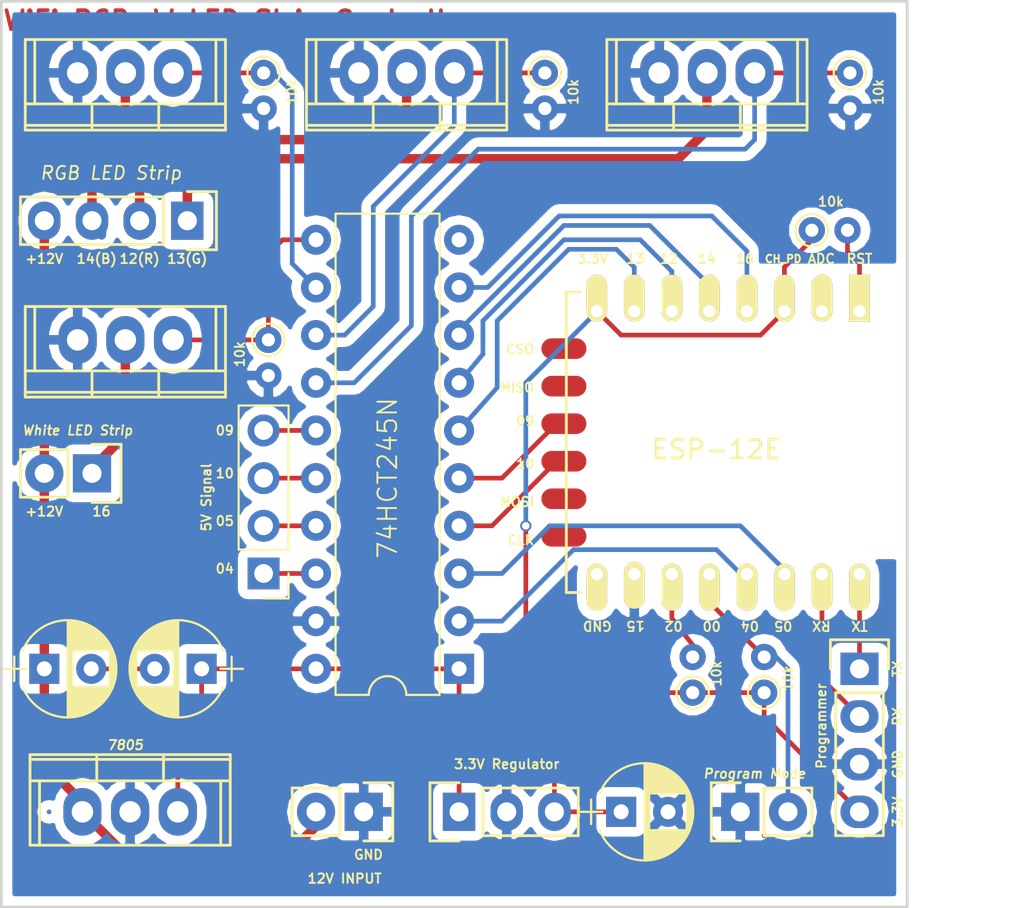
<source format=kicad_pcb>
(kicad_pcb (version 4) (host pcbnew 4.0.5)

  (general
    (links 61)
    (no_connects 0)
    (area 117.530999 65.964999 180.475001 127.790001)
    (thickness 1.6)
    (drawings 60)
    (tracks 150)
    (zones 0)
    (modules 24)
    (nets 38)
  )

  (page A4)
  (layers
    (0 F.Cu signal)
    (31 B.Cu signal)
    (32 B.Adhes user)
    (33 F.Adhes user)
    (34 B.Paste user hide)
    (35 F.Paste user hide)
    (36 B.SilkS user)
    (37 F.SilkS user)
    (38 B.Mask user)
    (39 F.Mask user)
    (40 Dwgs.User user hide)
    (41 Cmts.User user hide)
    (42 Eco1.User user hide)
    (43 Eco2.User user hide)
    (44 Edge.Cuts user)
    (45 Margin user hide)
    (46 B.CrtYd user hide)
    (47 F.CrtYd user hide)
    (48 B.Fab user hide)
    (49 F.Fab user hide)
  )

  (setup
    (last_trace_width 0.25)
    (trace_clearance 0.25)
    (zone_clearance 0.508)
    (zone_45_only no)
    (trace_min 0.2)
    (segment_width 0.2)
    (edge_width 0.15)
    (via_size 0.6)
    (via_drill 0.4)
    (via_min_size 0.4)
    (via_min_drill 0.3)
    (uvia_size 0.3)
    (uvia_drill 0.1)
    (uvias_allowed no)
    (uvia_min_size 0.2)
    (uvia_min_drill 0.1)
    (pcb_text_width 0.1)
    (pcb_text_size 0.5 0.5)
    (mod_edge_width 0.1)
    (mod_text_size 0.5 0.5)
    (mod_text_width 0.1)
    (pad_size 1.7272 2.032)
    (pad_drill 1.016)
    (pad_to_mask_clearance 0.2)
    (aux_axis_origin 0 0)
    (visible_elements 7FFEFFFF)
    (pcbplotparams
      (layerselection 0x010f0_80000001)
      (usegerberextensions false)
      (excludeedgelayer true)
      (linewidth 0.100000)
      (plotframeref false)
      (viasonmask false)
      (mode 1)
      (useauxorigin false)
      (hpglpennumber 1)
      (hpglpenspeed 20)
      (hpglpendiameter 15)
      (hpglpenoverlay 2)
      (psnegative false)
      (psa4output false)
      (plotreference true)
      (plotvalue true)
      (plotinvisibletext false)
      (padsonsilk false)
      (subtractmaskfromsilk false)
      (outputformat 1)
      (mirror false)
      (drillshape 0)
      (scaleselection 1)
      (outputdirectory ""))
  )

  (net 0 "")
  (net 1 "Net-(P1-Pad1)")
  (net 2 GND)
  (net 3 "Net-(Q1-Pad1)")
  (net 4 "Net-(P2-Pad3)")
  (net 5 "Net-(Q2-Pad1)")
  (net 6 "Net-(P2-Pad2)")
  (net 7 "Net-(Q3-Pad1)")
  (net 8 "Net-(P2-Pad1)")
  (net 9 "Net-(Q4-Pad1)")
  (net 10 "Net-(.1-Pad1)")
  (net 11 "Net-(.1-Pad2)")
  (net 12 +3V3)
  (net 13 "Net-(.1-Pad4)")
  (net 14 "Net-(.1-Pad5)")
  (net 15 "Net-(.1-Pad6)")
  (net 16 "Net-(.1-Pad7)")
  (net 17 "Net-(.1-Pad9)")
  (net 18 "Net-(.1-Pad11)")
  (net 19 A0)
  (net 20 A1)
  (net 21 "Net-(.1-Pad15)")
  (net 22 "Net-(.1-Pad16)")
  (net 23 "Net-(.1-Pad17)")
  (net 24 "Net-(.1-Pad18)")
  (net 25 "Net-(.1-Pad21)")
  (net 26 "Net-(.1-Pad22)")
  (net 27 +5V)
  (net 28 "Net-(U1-Pad10)")
  (net 29 +12V)
  (net 30 B0)
  (net 31 B1)
  (net 32 "Net-(.1-Pad12)")
  (net 33 A2)
  (net 34 A3)
  (net 35 B2)
  (net 36 B3)
  (net 37 "Net-(C2-Pad2)")

  (net_class Default "This is the default net class."
    (clearance 0.25)
    (trace_width 0.25)
    (via_dia 0.6)
    (via_drill 0.4)
    (uvia_dia 0.3)
    (uvia_drill 0.1)
    (add_net +3V3)
    (add_net +5V)
    (add_net A0)
    (add_net A1)
    (add_net A2)
    (add_net A3)
    (add_net B0)
    (add_net B1)
    (add_net B2)
    (add_net B3)
    (add_net GND)
    (add_net "Net-(.1-Pad11)")
    (add_net "Net-(.1-Pad12)")
    (add_net "Net-(.1-Pad15)")
    (add_net "Net-(.1-Pad16)")
    (add_net "Net-(.1-Pad17)")
    (add_net "Net-(.1-Pad18)")
    (add_net "Net-(.1-Pad2)")
    (add_net "Net-(.1-Pad21)")
    (add_net "Net-(.1-Pad22)")
    (add_net "Net-(.1-Pad4)")
    (add_net "Net-(.1-Pad5)")
    (add_net "Net-(.1-Pad6)")
    (add_net "Net-(.1-Pad7)")
    (add_net "Net-(.1-Pad9)")
    (add_net "Net-(C2-Pad2)")
    (add_net "Net-(Q1-Pad1)")
    (add_net "Net-(Q2-Pad1)")
    (add_net "Net-(Q3-Pad1)")
    (add_net "Net-(Q4-Pad1)")
    (add_net "Net-(U1-Pad10)")
  )

  (net_class "High Current" ""
    (clearance 0.25)
    (trace_width 0.5)
    (via_dia 0.6)
    (via_drill 0.4)
    (uvia_dia 0.3)
    (uvia_drill 0.1)
    (add_net +12V)
    (add_net "Net-(.1-Pad1)")
    (add_net "Net-(P1-Pad1)")
    (add_net "Net-(P2-Pad1)")
    (add_net "Net-(P2-Pad2)")
    (add_net "Net-(P2-Pad3)")
  )

  (module Capacitors_THT:CP_Radial_D5.0mm_P2.50mm (layer F.Cu) (tedit 589D2255) (tstamp 589CF0A1)
    (at 110.49 109.22)
    (descr "CP, Radial series, Radial, pin pitch=2.50mm, , diameter=5mm, Electrolytic Capacitor")
    (tags "CP Radial series Radial pin pitch 2.50mm  diameter 5mm Electrolytic Capacitor")
    (path /5883BA2D)
    (fp_text reference C1 (at -1.016 3.048) (layer F.SilkS) hide
      (effects (font (size 1 1) (thickness 0.15)))
    )
    (fp_text value CP (at 1.25 3.56) (layer F.Fab) hide
      (effects (font (size 1 1) (thickness 0.15)))
    )
    (fp_arc (start 1.25 0) (end -1.147436 -0.98) (angle 135.5) (layer F.SilkS) (width 0.12))
    (fp_arc (start 1.25 0) (end -1.147436 0.98) (angle -135.5) (layer F.SilkS) (width 0.12))
    (fp_arc (start 1.25 0) (end 3.647436 -0.98) (angle 44.5) (layer F.SilkS) (width 0.12))
    (fp_circle (center 1.25 0) (end 3.75 0) (layer F.Fab) (width 0.1))
    (fp_line (start -2.2 0) (end -1 0) (layer F.Fab) (width 0.1))
    (fp_line (start -1.6 -0.65) (end -1.6 0.65) (layer F.Fab) (width 0.1))
    (fp_line (start 1.25 -2.55) (end 1.25 2.55) (layer F.SilkS) (width 0.12))
    (fp_line (start 1.29 -2.55) (end 1.29 2.55) (layer F.SilkS) (width 0.12))
    (fp_line (start 1.33 -2.549) (end 1.33 2.549) (layer F.SilkS) (width 0.12))
    (fp_line (start 1.37 -2.548) (end 1.37 2.548) (layer F.SilkS) (width 0.12))
    (fp_line (start 1.41 -2.546) (end 1.41 2.546) (layer F.SilkS) (width 0.12))
    (fp_line (start 1.45 -2.543) (end 1.45 2.543) (layer F.SilkS) (width 0.12))
    (fp_line (start 1.49 -2.539) (end 1.49 2.539) (layer F.SilkS) (width 0.12))
    (fp_line (start 1.53 -2.535) (end 1.53 -0.98) (layer F.SilkS) (width 0.12))
    (fp_line (start 1.53 0.98) (end 1.53 2.535) (layer F.SilkS) (width 0.12))
    (fp_line (start 1.57 -2.531) (end 1.57 -0.98) (layer F.SilkS) (width 0.12))
    (fp_line (start 1.57 0.98) (end 1.57 2.531) (layer F.SilkS) (width 0.12))
    (fp_line (start 1.61 -2.525) (end 1.61 -0.98) (layer F.SilkS) (width 0.12))
    (fp_line (start 1.61 0.98) (end 1.61 2.525) (layer F.SilkS) (width 0.12))
    (fp_line (start 1.65 -2.519) (end 1.65 -0.98) (layer F.SilkS) (width 0.12))
    (fp_line (start 1.65 0.98) (end 1.65 2.519) (layer F.SilkS) (width 0.12))
    (fp_line (start 1.69 -2.513) (end 1.69 -0.98) (layer F.SilkS) (width 0.12))
    (fp_line (start 1.69 0.98) (end 1.69 2.513) (layer F.SilkS) (width 0.12))
    (fp_line (start 1.73 -2.506) (end 1.73 -0.98) (layer F.SilkS) (width 0.12))
    (fp_line (start 1.73 0.98) (end 1.73 2.506) (layer F.SilkS) (width 0.12))
    (fp_line (start 1.77 -2.498) (end 1.77 -0.98) (layer F.SilkS) (width 0.12))
    (fp_line (start 1.77 0.98) (end 1.77 2.498) (layer F.SilkS) (width 0.12))
    (fp_line (start 1.81 -2.489) (end 1.81 -0.98) (layer F.SilkS) (width 0.12))
    (fp_line (start 1.81 0.98) (end 1.81 2.489) (layer F.SilkS) (width 0.12))
    (fp_line (start 1.85 -2.48) (end 1.85 -0.98) (layer F.SilkS) (width 0.12))
    (fp_line (start 1.85 0.98) (end 1.85 2.48) (layer F.SilkS) (width 0.12))
    (fp_line (start 1.89 -2.47) (end 1.89 -0.98) (layer F.SilkS) (width 0.12))
    (fp_line (start 1.89 0.98) (end 1.89 2.47) (layer F.SilkS) (width 0.12))
    (fp_line (start 1.93 -2.46) (end 1.93 -0.98) (layer F.SilkS) (width 0.12))
    (fp_line (start 1.93 0.98) (end 1.93 2.46) (layer F.SilkS) (width 0.12))
    (fp_line (start 1.971 -2.448) (end 1.971 -0.98) (layer F.SilkS) (width 0.12))
    (fp_line (start 1.971 0.98) (end 1.971 2.448) (layer F.SilkS) (width 0.12))
    (fp_line (start 2.011 -2.436) (end 2.011 -0.98) (layer F.SilkS) (width 0.12))
    (fp_line (start 2.011 0.98) (end 2.011 2.436) (layer F.SilkS) (width 0.12))
    (fp_line (start 2.051 -2.424) (end 2.051 -0.98) (layer F.SilkS) (width 0.12))
    (fp_line (start 2.051 0.98) (end 2.051 2.424) (layer F.SilkS) (width 0.12))
    (fp_line (start 2.091 -2.41) (end 2.091 -0.98) (layer F.SilkS) (width 0.12))
    (fp_line (start 2.091 0.98) (end 2.091 2.41) (layer F.SilkS) (width 0.12))
    (fp_line (start 2.131 -2.396) (end 2.131 -0.98) (layer F.SilkS) (width 0.12))
    (fp_line (start 2.131 0.98) (end 2.131 2.396) (layer F.SilkS) (width 0.12))
    (fp_line (start 2.171 -2.382) (end 2.171 -0.98) (layer F.SilkS) (width 0.12))
    (fp_line (start 2.171 0.98) (end 2.171 2.382) (layer F.SilkS) (width 0.12))
    (fp_line (start 2.211 -2.366) (end 2.211 -0.98) (layer F.SilkS) (width 0.12))
    (fp_line (start 2.211 0.98) (end 2.211 2.366) (layer F.SilkS) (width 0.12))
    (fp_line (start 2.251 -2.35) (end 2.251 -0.98) (layer F.SilkS) (width 0.12))
    (fp_line (start 2.251 0.98) (end 2.251 2.35) (layer F.SilkS) (width 0.12))
    (fp_line (start 2.291 -2.333) (end 2.291 -0.98) (layer F.SilkS) (width 0.12))
    (fp_line (start 2.291 0.98) (end 2.291 2.333) (layer F.SilkS) (width 0.12))
    (fp_line (start 2.331 -2.315) (end 2.331 -0.98) (layer F.SilkS) (width 0.12))
    (fp_line (start 2.331 0.98) (end 2.331 2.315) (layer F.SilkS) (width 0.12))
    (fp_line (start 2.371 -2.296) (end 2.371 -0.98) (layer F.SilkS) (width 0.12))
    (fp_line (start 2.371 0.98) (end 2.371 2.296) (layer F.SilkS) (width 0.12))
    (fp_line (start 2.411 -2.276) (end 2.411 -0.98) (layer F.SilkS) (width 0.12))
    (fp_line (start 2.411 0.98) (end 2.411 2.276) (layer F.SilkS) (width 0.12))
    (fp_line (start 2.451 -2.256) (end 2.451 -0.98) (layer F.SilkS) (width 0.12))
    (fp_line (start 2.451 0.98) (end 2.451 2.256) (layer F.SilkS) (width 0.12))
    (fp_line (start 2.491 -2.234) (end 2.491 -0.98) (layer F.SilkS) (width 0.12))
    (fp_line (start 2.491 0.98) (end 2.491 2.234) (layer F.SilkS) (width 0.12))
    (fp_line (start 2.531 -2.212) (end 2.531 -0.98) (layer F.SilkS) (width 0.12))
    (fp_line (start 2.531 0.98) (end 2.531 2.212) (layer F.SilkS) (width 0.12))
    (fp_line (start 2.571 -2.189) (end 2.571 -0.98) (layer F.SilkS) (width 0.12))
    (fp_line (start 2.571 0.98) (end 2.571 2.189) (layer F.SilkS) (width 0.12))
    (fp_line (start 2.611 -2.165) (end 2.611 -0.98) (layer F.SilkS) (width 0.12))
    (fp_line (start 2.611 0.98) (end 2.611 2.165) (layer F.SilkS) (width 0.12))
    (fp_line (start 2.651 -2.14) (end 2.651 -0.98) (layer F.SilkS) (width 0.12))
    (fp_line (start 2.651 0.98) (end 2.651 2.14) (layer F.SilkS) (width 0.12))
    (fp_line (start 2.691 -2.113) (end 2.691 -0.98) (layer F.SilkS) (width 0.12))
    (fp_line (start 2.691 0.98) (end 2.691 2.113) (layer F.SilkS) (width 0.12))
    (fp_line (start 2.731 -2.086) (end 2.731 -0.98) (layer F.SilkS) (width 0.12))
    (fp_line (start 2.731 0.98) (end 2.731 2.086) (layer F.SilkS) (width 0.12))
    (fp_line (start 2.771 -2.058) (end 2.771 -0.98) (layer F.SilkS) (width 0.12))
    (fp_line (start 2.771 0.98) (end 2.771 2.058) (layer F.SilkS) (width 0.12))
    (fp_line (start 2.811 -2.028) (end 2.811 -0.98) (layer F.SilkS) (width 0.12))
    (fp_line (start 2.811 0.98) (end 2.811 2.028) (layer F.SilkS) (width 0.12))
    (fp_line (start 2.851 -1.997) (end 2.851 -0.98) (layer F.SilkS) (width 0.12))
    (fp_line (start 2.851 0.98) (end 2.851 1.997) (layer F.SilkS) (width 0.12))
    (fp_line (start 2.891 -1.965) (end 2.891 -0.98) (layer F.SilkS) (width 0.12))
    (fp_line (start 2.891 0.98) (end 2.891 1.965) (layer F.SilkS) (width 0.12))
    (fp_line (start 2.931 -1.932) (end 2.931 -0.98) (layer F.SilkS) (width 0.12))
    (fp_line (start 2.931 0.98) (end 2.931 1.932) (layer F.SilkS) (width 0.12))
    (fp_line (start 2.971 -1.897) (end 2.971 -0.98) (layer F.SilkS) (width 0.12))
    (fp_line (start 2.971 0.98) (end 2.971 1.897) (layer F.SilkS) (width 0.12))
    (fp_line (start 3.011 -1.861) (end 3.011 -0.98) (layer F.SilkS) (width 0.12))
    (fp_line (start 3.011 0.98) (end 3.011 1.861) (layer F.SilkS) (width 0.12))
    (fp_line (start 3.051 -1.823) (end 3.051 -0.98) (layer F.SilkS) (width 0.12))
    (fp_line (start 3.051 0.98) (end 3.051 1.823) (layer F.SilkS) (width 0.12))
    (fp_line (start 3.091 -1.783) (end 3.091 -0.98) (layer F.SilkS) (width 0.12))
    (fp_line (start 3.091 0.98) (end 3.091 1.783) (layer F.SilkS) (width 0.12))
    (fp_line (start 3.131 -1.742) (end 3.131 -0.98) (layer F.SilkS) (width 0.12))
    (fp_line (start 3.131 0.98) (end 3.131 1.742) (layer F.SilkS) (width 0.12))
    (fp_line (start 3.171 -1.699) (end 3.171 -0.98) (layer F.SilkS) (width 0.12))
    (fp_line (start 3.171 0.98) (end 3.171 1.699) (layer F.SilkS) (width 0.12))
    (fp_line (start 3.211 -1.654) (end 3.211 -0.98) (layer F.SilkS) (width 0.12))
    (fp_line (start 3.211 0.98) (end 3.211 1.654) (layer F.SilkS) (width 0.12))
    (fp_line (start 3.251 -1.606) (end 3.251 -0.98) (layer F.SilkS) (width 0.12))
    (fp_line (start 3.251 0.98) (end 3.251 1.606) (layer F.SilkS) (width 0.12))
    (fp_line (start 3.291 -1.556) (end 3.291 -0.98) (layer F.SilkS) (width 0.12))
    (fp_line (start 3.291 0.98) (end 3.291 1.556) (layer F.SilkS) (width 0.12))
    (fp_line (start 3.331 -1.504) (end 3.331 -0.98) (layer F.SilkS) (width 0.12))
    (fp_line (start 3.331 0.98) (end 3.331 1.504) (layer F.SilkS) (width 0.12))
    (fp_line (start 3.371 -1.448) (end 3.371 -0.98) (layer F.SilkS) (width 0.12))
    (fp_line (start 3.371 0.98) (end 3.371 1.448) (layer F.SilkS) (width 0.12))
    (fp_line (start 3.411 -1.39) (end 3.411 -0.98) (layer F.SilkS) (width 0.12))
    (fp_line (start 3.411 0.98) (end 3.411 1.39) (layer F.SilkS) (width 0.12))
    (fp_line (start 3.451 -1.327) (end 3.451 -0.98) (layer F.SilkS) (width 0.12))
    (fp_line (start 3.451 0.98) (end 3.451 1.327) (layer F.SilkS) (width 0.12))
    (fp_line (start 3.491 -1.261) (end 3.491 1.261) (layer F.SilkS) (width 0.12))
    (fp_line (start 3.531 -1.189) (end 3.531 1.189) (layer F.SilkS) (width 0.12))
    (fp_line (start 3.571 -1.112) (end 3.571 1.112) (layer F.SilkS) (width 0.12))
    (fp_line (start 3.611 -1.028) (end 3.611 1.028) (layer F.SilkS) (width 0.12))
    (fp_line (start 3.651 -0.934) (end 3.651 0.934) (layer F.SilkS) (width 0.12))
    (fp_line (start 3.691 -0.829) (end 3.691 0.829) (layer F.SilkS) (width 0.12))
    (fp_line (start 3.731 -0.707) (end 3.731 0.707) (layer F.SilkS) (width 0.12))
    (fp_line (start 3.771 -0.559) (end 3.771 0.559) (layer F.SilkS) (width 0.12))
    (fp_line (start 3.811 -0.354) (end 3.811 0.354) (layer F.SilkS) (width 0.12))
    (fp_line (start -2.2 0) (end -1 0) (layer F.SilkS) (width 0.12))
    (fp_line (start -1.6 -0.65) (end -1.6 0.65) (layer F.SilkS) (width 0.12))
    (fp_line (start -1.6 -2.85) (end -1.6 2.85) (layer F.CrtYd) (width 0.05))
    (fp_line (start -1.6 2.85) (end 4.1 2.85) (layer F.CrtYd) (width 0.05))
    (fp_line (start 4.1 2.85) (end 4.1 -2.85) (layer F.CrtYd) (width 0.05))
    (fp_line (start 4.1 -2.85) (end -1.6 -2.85) (layer F.CrtYd) (width 0.05))
    (pad 1 thru_hole rect (at 0 0) (size 1.6 1.6) (drill 0.8) (layers *.Cu *.Mask)
      (net 12 +3V3))
    (pad 2 thru_hole circle (at 2.5 0) (size 1.6 1.6) (drill 0.8) (layers *.Cu *.Mask)
      (net 2 GND))
    (model Capacitors_ThroughHole.3dshapes/CP_Radial_D5.0mm_P2.50mm.wrl
      (at (xyz 0 0 0))
      (scale (xyz 0.393701 0.393701 0.393701))
      (rotate (xyz 0 0 0))
    )
  )

  (module ESP8266:ESP-12E (layer F.Cu) (tedit 589D1B86) (tstamp 5883B625)
    (at 123.19 82.55 270)
    (descr "Module, ESP-8266, ESP-12, 16 pad, SMD")
    (tags "Module ESP-8266 ESP8266")
    (path /5882C080)
    (fp_text reference .1 (at -2.54 -6.35 270) (layer F.SilkS) hide
      (effects (font (size 1 1) (thickness 0.15)))
    )
    (fp_text value ESP-12E (at 8 1 270) (layer F.Fab)
      (effects (font (size 1 1) (thickness 0.15)))
    )
    (fp_line (start -2.25 -0.5) (end -2.25 -8.75) (layer F.CrtYd) (width 0.05))
    (fp_line (start -2.25 -8.75) (end 15.25 -8.75) (layer F.CrtYd) (width 0.05))
    (fp_line (start 15.25 -8.75) (end 16.25 -8.75) (layer F.CrtYd) (width 0.05))
    (fp_line (start 16.25 -8.75) (end 16.25 16) (layer F.CrtYd) (width 0.05))
    (fp_line (start 16.25 16) (end -2.25 16) (layer F.CrtYd) (width 0.05))
    (fp_line (start -2.25 16) (end -2.25 -0.5) (layer F.CrtYd) (width 0.05))
    (fp_line (start -1.016 -8.382) (end 14.986 -8.382) (layer F.CrtYd) (width 0.1524))
    (fp_line (start 14.986 -8.382) (end 14.986 -0.889) (layer F.CrtYd) (width 0.1524))
    (fp_line (start -1.016 -8.382) (end -1.016 -1.016) (layer F.CrtYd) (width 0.1524))
    (fp_line (start -1.016 14.859) (end -1.016 15.621) (layer F.SilkS) (width 0.1524))
    (fp_line (start -1.016 15.621) (end 14.986 15.621) (layer F.SilkS) (width 0.1524))
    (fp_line (start 14.986 15.621) (end 14.986 14.859) (layer F.SilkS) (width 0.1524))
    (fp_line (start 14.992 -8.4) (end -1.008 -2.6) (layer F.CrtYd) (width 0.1524))
    (fp_line (start -1.008 -8.4) (end 14.992 -2.6) (layer F.CrtYd) (width 0.1524))
    (fp_text user "No Copper" (at 6.892 -5.4 270) (layer F.CrtYd)
      (effects (font (size 1 1) (thickness 0.15)))
    )
    (fp_line (start -1.008 -2.6) (end 14.992 -2.6) (layer F.CrtYd) (width 0.1524))
    (fp_line (start 15 -8.4) (end 15 15.6) (layer F.Fab) (width 0.05))
    (fp_line (start 14.992 15.6) (end -1.008 15.6) (layer F.Fab) (width 0.05))
    (fp_line (start -1.008 15.6) (end -1.008 -8.4) (layer F.Fab) (width 0.05))
    (fp_line (start -1.008 -8.4) (end 14.992 -8.4) (layer F.Fab) (width 0.05))
    (pad 1 thru_hole rect (at 0 0 270) (size 2.5 1.1) (drill 0.65 (offset -0.7 0)) (layers *.Cu *.Mask F.SilkS)
      (net 10 "Net-(.1-Pad1)"))
    (pad 2 thru_hole oval (at 0 2 270) (size 2.5 1.1) (drill 0.65 (offset -0.7 0)) (layers *.Cu *.Mask F.SilkS)
      (net 11 "Net-(.1-Pad2)"))
    (pad 3 thru_hole oval (at 0 4 270) (size 2.5 1.1) (drill 0.65 (offset -0.7 0)) (layers *.Cu *.Mask F.SilkS)
      (net 12 +3V3))
    (pad 4 thru_hole oval (at 0 6 270) (size 2.5 1.1) (drill 0.65 (offset -0.7 0)) (layers *.Cu *.Mask F.SilkS)
      (net 13 "Net-(.1-Pad4)"))
    (pad 5 thru_hole oval (at 0 8 270) (size 2.5 1.1) (drill 0.65 (offset -0.7 0)) (layers *.Cu *.Mask F.SilkS)
      (net 14 "Net-(.1-Pad5)"))
    (pad 6 thru_hole oval (at 0 10 270) (size 2.5 1.1) (drill 0.65 (offset -0.7 0)) (layers *.Cu *.Mask F.SilkS)
      (net 15 "Net-(.1-Pad6)"))
    (pad 7 thru_hole oval (at 0 12 270) (size 2.5 1.1) (drill 0.65 (offset -0.7 0)) (layers *.Cu *.Mask F.SilkS)
      (net 16 "Net-(.1-Pad7)"))
    (pad 8 thru_hole oval (at 0 14 270) (size 2.5 1.1) (drill 0.65 (offset -0.7 0)) (layers *.Cu *.Mask F.SilkS)
      (net 12 +3V3))
    (pad 9 thru_hole oval (at 14 14 270) (size 2.5 1.1) (drill 0.65 (offset 0.7 0)) (layers *.Cu *.Mask F.SilkS)
      (net 17 "Net-(.1-Pad9)"))
    (pad 10 thru_hole oval (at 14 12 270) (size 2.5 1.1) (drill 0.65 (offset 0.6 0)) (layers *.Cu *.Mask F.SilkS)
      (net 2 GND))
    (pad 11 thru_hole oval (at 14 10 270) (size 2.5 1.1) (drill 0.65 (offset 0.7 0)) (layers *.Cu *.Mask F.SilkS)
      (net 18 "Net-(.1-Pad11)"))
    (pad 12 thru_hole oval (at 14 8 270) (size 2.5 1.1) (drill 0.65 (offset 0.7 0)) (layers *.Cu *.Mask F.SilkS)
      (net 32 "Net-(.1-Pad12)"))
    (pad 13 thru_hole oval (at 14 6 270) (size 2.5 1.1) (drill 0.65 (offset 0.7 0)) (layers *.Cu *.Mask F.SilkS)
      (net 19 A0))
    (pad 14 thru_hole oval (at 14 4 270) (size 2.5 1.1) (drill 0.65 (offset 0.7 0)) (layers *.Cu *.Mask F.SilkS)
      (net 20 A1))
    (pad 15 thru_hole oval (at 14 2 270) (size 2.5 1.1) (drill 0.65 (offset 0.7 0)) (layers *.Cu *.Mask F.SilkS)
      (net 21 "Net-(.1-Pad15)"))
    (pad 16 thru_hole oval (at 14 0 270) (size 2.5 1.1) (drill 0.65 (offset 0.7 0)) (layers *.Cu *.Mask F.SilkS)
      (net 22 "Net-(.1-Pad16)"))
    (pad 17 smd oval (at 1.99 15.75) (size 2.4 1.1) (layers F.Cu F.Paste F.Mask)
      (net 23 "Net-(.1-Pad17)"))
    (pad 18 smd oval (at 3.99 15.75) (size 2.4 1.1) (layers F.Cu F.Paste F.Mask)
      (net 24 "Net-(.1-Pad18)"))
    (pad 19 smd oval (at 5.99 15.75) (size 2.4 1.1) (layers F.Cu F.Paste F.Mask)
      (net 34 A3))
    (pad 20 smd oval (at 7.99 15.75) (size 2.4 1.1) (layers F.Cu F.Paste F.Mask)
      (net 33 A2))
    (pad 21 smd oval (at 9.99 15.75) (size 2.4 1.1) (layers F.Cu F.Paste F.Mask)
      (net 25 "Net-(.1-Pad21)"))
    (pad 22 smd oval (at 11.99 15.75) (size 2.4 1.1) (layers F.Cu F.Paste F.Mask)
      (net 26 "Net-(.1-Pad22)"))
    (model ${ESPLIB}/ESP8266.3dshapes/ESP-12.wrl
      (at (xyz 0 0 0))
      (scale (xyz 0.3937 0.3937 0.3937))
      (rotate (xyz 0 0 0))
    )
  )

  (module Power_Integrations:TO-220 (layer F.Cu) (tedit 589D1947) (tstamp 5883A708)
    (at 99.06 69.85 180)
    (descr "Non Isolated JEDEC TO-220 Package")
    (tags "Power Integration YN Package")
    (path /58839809)
    (fp_text reference Q3 (at 0 -4.318 180) (layer F.SilkS) hide
      (effects (font (size 1 1) (thickness 0.15)))
    )
    (fp_text value IRF540N (at 0 -4.318 180) (layer F.Fab)
      (effects (font (size 0.5 0.5) (thickness 0.1)))
    )
    (fp_line (start 4.826 -1.651) (end 4.826 1.778) (layer F.SilkS) (width 0.15))
    (fp_line (start -4.826 -1.651) (end -4.826 1.778) (layer F.SilkS) (width 0.15))
    (fp_line (start 5.334 -2.794) (end -5.334 -2.794) (layer F.SilkS) (width 0.15))
    (fp_line (start 1.778 -1.778) (end 1.778 -3.048) (layer F.SilkS) (width 0.15))
    (fp_line (start -1.778 -1.778) (end -1.778 -3.048) (layer F.SilkS) (width 0.15))
    (fp_line (start -5.334 -1.651) (end 5.334 -1.651) (layer F.SilkS) (width 0.15))
    (fp_line (start 5.334 1.778) (end -5.334 1.778) (layer F.SilkS) (width 0.15))
    (fp_line (start -5.334 -3.048) (end -5.334 1.778) (layer F.SilkS) (width 0.15))
    (fp_line (start 5.334 -3.048) (end 5.334 1.778) (layer F.SilkS) (width 0.15))
    (fp_line (start 5.334 -3.048) (end -5.334 -3.048) (layer F.SilkS) (width 0.15))
    (pad 2 thru_hole oval (at 0 0 180) (size 2.032 2.54) (drill 1.143) (layers *.Cu *.Mask)
      (net 6 "Net-(P2-Pad2)"))
    (pad 3 thru_hole oval (at 2.54 0 180) (size 2.032 2.54) (drill 1.143) (layers *.Cu *.Mask)
      (net 2 GND))
    (pad 1 thru_hole oval (at -2.54 0 180) (size 2.032 2.54) (drill 1.143) (layers *.Cu *.Mask)
      (net 7 "Net-(Q3-Pad1)"))
  )

  (module Power_Integrations:TO-220 (layer F.Cu) (tedit 589D1907) (tstamp 5883A6E6)
    (at 84.074 84.074 180)
    (descr "Non Isolated JEDEC TO-220 Package")
    (tags "Power Integration YN Package")
    (path /58839948)
    (fp_text reference Q1 (at 0 -4.318 180) (layer F.SilkS) hide
      (effects (font (size 1 1) (thickness 0.15)))
    )
    (fp_text value IRF540N (at 0 -4.318 180) (layer F.Fab)
      (effects (font (size 0.5 0.5) (thickness 0.1)))
    )
    (fp_line (start 4.826 -1.651) (end 4.826 1.778) (layer F.SilkS) (width 0.15))
    (fp_line (start -4.826 -1.651) (end -4.826 1.778) (layer F.SilkS) (width 0.15))
    (fp_line (start 5.334 -2.794) (end -5.334 -2.794) (layer F.SilkS) (width 0.15))
    (fp_line (start 1.778 -1.778) (end 1.778 -3.048) (layer F.SilkS) (width 0.15))
    (fp_line (start -1.778 -1.778) (end -1.778 -3.048) (layer F.SilkS) (width 0.15))
    (fp_line (start -5.334 -1.651) (end 5.334 -1.651) (layer F.SilkS) (width 0.15))
    (fp_line (start 5.334 1.778) (end -5.334 1.778) (layer F.SilkS) (width 0.15))
    (fp_line (start -5.334 -3.048) (end -5.334 1.778) (layer F.SilkS) (width 0.15))
    (fp_line (start 5.334 -3.048) (end 5.334 1.778) (layer F.SilkS) (width 0.15))
    (fp_line (start 5.334 -3.048) (end -5.334 -3.048) (layer F.SilkS) (width 0.15))
    (pad 2 thru_hole oval (at 0 0 180) (size 2.032 2.54) (drill 1.143) (layers *.Cu *.Mask)
      (net 1 "Net-(P1-Pad1)"))
    (pad 3 thru_hole oval (at 2.54 0 180) (size 2.032 2.54) (drill 1.143) (layers *.Cu *.Mask)
      (net 2 GND))
    (pad 1 thru_hole oval (at -2.54 0 180) (size 2.032 2.54) (drill 1.143) (layers *.Cu *.Mask)
      (net 3 "Net-(Q1-Pad1)"))
  )

  (module Power_Integrations:TO-220 (layer F.Cu) (tedit 589D1A25) (tstamp 5883A719)
    (at 115.062 69.85 180)
    (descr "Non Isolated JEDEC TO-220 Package")
    (tags "Power Integration YN Package")
    (path /58839A15)
    (fp_text reference Q4 (at 0 -4.318 180) (layer F.SilkS) hide
      (effects (font (size 1 1) (thickness 0.15)))
    )
    (fp_text value IRF540N (at 0 -4.318 180) (layer F.Fab)
      (effects (font (size 0.5 0.5) (thickness 0.1)))
    )
    (fp_line (start 4.826 -1.651) (end 4.826 1.778) (layer F.SilkS) (width 0.15))
    (fp_line (start -4.826 -1.651) (end -4.826 1.778) (layer F.SilkS) (width 0.15))
    (fp_line (start 5.334 -2.794) (end -5.334 -2.794) (layer F.SilkS) (width 0.15))
    (fp_line (start 1.778 -1.778) (end 1.778 -3.048) (layer F.SilkS) (width 0.15))
    (fp_line (start -1.778 -1.778) (end -1.778 -3.048) (layer F.SilkS) (width 0.15))
    (fp_line (start -5.334 -1.651) (end 5.334 -1.651) (layer F.SilkS) (width 0.15))
    (fp_line (start 5.334 1.778) (end -5.334 1.778) (layer F.SilkS) (width 0.15))
    (fp_line (start -5.334 -3.048) (end -5.334 1.778) (layer F.SilkS) (width 0.15))
    (fp_line (start 5.334 -3.048) (end 5.334 1.778) (layer F.SilkS) (width 0.15))
    (fp_line (start 5.334 -3.048) (end -5.334 -3.048) (layer F.SilkS) (width 0.15))
    (pad 2 thru_hole oval (at 0 0 180) (size 2.032 2.54) (drill 1.143) (layers *.Cu *.Mask)
      (net 8 "Net-(P2-Pad1)"))
    (pad 3 thru_hole oval (at 2.54 0 180) (size 2.032 2.54) (drill 1.143) (layers *.Cu *.Mask)
      (net 2 GND))
    (pad 1 thru_hole oval (at -2.54 0 180) (size 2.032 2.54) (drill 1.143) (layers *.Cu *.Mask)
      (net 9 "Net-(Q4-Pad1)"))
  )

  (module Socket_Strips:Socket_Strip_Straight_1x04_Pitch2.54mm (layer F.Cu) (tedit 589D2061) (tstamp 589CEC7C)
    (at 91.44 96.52 180)
    (descr "Through hole straight socket strip, 1x04, 2.54mm pitch, single row")
    (tags "Through hole socket strip THT 1x04 2.54mm single row")
    (path /589CF444)
    (fp_text reference P7 (at 0 -2.33 180) (layer F.SilkS) hide
      (effects (font (size 1 1) (thickness 0.15)))
    )
    (fp_text value CONN_01X04 (at 2.032 5.08 270) (layer F.Fab)
      (effects (font (size 0.5 0.5) (thickness 0.1) italic))
    )
    (fp_line (start -1.27 -1.27) (end -1.27 8.89) (layer F.Fab) (width 0.1))
    (fp_line (start -1.27 8.89) (end 1.27 8.89) (layer F.Fab) (width 0.1))
    (fp_line (start 1.27 8.89) (end 1.27 -1.27) (layer F.Fab) (width 0.1))
    (fp_line (start 1.27 -1.27) (end -1.27 -1.27) (layer F.Fab) (width 0.1))
    (fp_line (start -1.33 1.27) (end -1.33 8.95) (layer F.SilkS) (width 0.12))
    (fp_line (start -1.33 8.95) (end 1.33 8.95) (layer F.SilkS) (width 0.12))
    (fp_line (start 1.33 8.95) (end 1.33 1.27) (layer F.SilkS) (width 0.12))
    (fp_line (start 1.33 1.27) (end -1.33 1.27) (layer F.SilkS) (width 0.12))
    (fp_line (start -1.33 0) (end -1.33 -1.33) (layer F.SilkS) (width 0.12))
    (fp_line (start -1.33 -1.33) (end 0 -1.33) (layer F.SilkS) (width 0.12))
    (fp_line (start -1.55 -1.55) (end -1.55 9.15) (layer F.CrtYd) (width 0.05))
    (fp_line (start -1.55 9.15) (end 1.55 9.15) (layer F.CrtYd) (width 0.05))
    (fp_line (start 1.55 9.15) (end 1.55 -1.55) (layer F.CrtYd) (width 0.05))
    (fp_line (start 1.55 -1.55) (end -1.55 -1.55) (layer F.CrtYd) (width 0.05))
    (pad 1 thru_hole rect (at 0 0 180) (size 1.7 1.7) (drill 1) (layers *.Cu *.Mask)
      (net 30 B0))
    (pad 2 thru_hole oval (at 0 2.54 180) (size 1.7 1.7) (drill 1) (layers *.Cu *.Mask)
      (net 31 B1))
    (pad 3 thru_hole oval (at 0 5.08 180) (size 1.7 1.7) (drill 1) (layers *.Cu *.Mask)
      (net 35 B2))
    (pad 4 thru_hole oval (at 0 7.62 180) (size 1.7 1.7) (drill 1) (layers *.Cu *.Mask)
      (net 36 B3))
    (model Socket_Strips.3dshapes/Socket_Strip_Straight_1x04_Pitch2.54mm.wrl
      (at (xyz 0 -0.15 0))
      (scale (xyz 1 1 1))
      (rotate (xyz 0 0 270))
    )
  )

  (module Resistors_THT:R_Axial_DIN0204_L3.6mm_D1.6mm_P1.90mm_Vertical (layer F.Cu) (tedit 589D1A71) (tstamp 588FD198)
    (at 122.682 69.85 270)
    (descr "Resistor, Axial_DIN0204 series, Axial, Vertical, pin pitch=1.9mm, 0.16666666666666666W = 1/6W, length*diameter=3.6*1.6mm^2, http://cdn-reichelt.de/documents/datenblatt/B400/1_4W%23YAG.pdf")
    (tags "Resistor Axial_DIN0204 series Axial Vertical pin pitch 1.9mm 0.16666666666666666W = 1/6W length 3.6mm diameter 1.6mm")
    (path /588FD829)
    (fp_text reference R6 (at 0.95 -1.86 270) (layer F.SilkS) hide
      (effects (font (size 1 1) (thickness 0.15)))
    )
    (fp_text value 10k (at 0.95 1.86 270) (layer F.Fab)
      (effects (font (size 0.5 0.5) (thickness 0.1)))
    )
    (fp_circle (center 0 0) (end 0.8 0) (layer F.Fab) (width 0.1))
    (fp_circle (center 0 0) (end 0.86 0) (layer F.SilkS) (width 0.12))
    (fp_line (start 0 0) (end 1.9 0) (layer F.Fab) (width 0.1))
    (fp_line (start 0.86 0) (end 0.9 0) (layer F.SilkS) (width 0.12))
    (fp_line (start -1.15 -1.15) (end -1.15 1.15) (layer F.CrtYd) (width 0.05))
    (fp_line (start -1.15 1.15) (end 2.95 1.15) (layer F.CrtYd) (width 0.05))
    (fp_line (start 2.95 1.15) (end 2.95 -1.15) (layer F.CrtYd) (width 0.05))
    (fp_line (start 2.95 -1.15) (end -1.15 -1.15) (layer F.CrtYd) (width 0.05))
    (pad 1 thru_hole circle (at 0 0 270) (size 1.4 1.4) (drill 0.7) (layers *.Cu *.Mask)
      (net 9 "Net-(Q4-Pad1)"))
    (pad 2 thru_hole oval (at 1.9 0 270) (size 1.4 1.4) (drill 0.7) (layers *.Cu *.Mask)
      (net 2 GND))
    (model Resistors_ThroughHole.3dshapes/R_Axial_DIN0204_L3.6mm_D1.6mm_P1.90mm_Vertical.wrl
      (at (xyz 0 0 0))
      (scale (xyz 0.393701 0.393701 0.393701))
      (rotate (xyz 0 0 0))
    )
  )

  (module Resistors_THT:R_Axial_DIN0204_L3.6mm_D1.6mm_P1.90mm_Vertical (layer F.Cu) (tedit 589D1A62) (tstamp 588FD192)
    (at 106.426 69.85 270)
    (descr "Resistor, Axial_DIN0204 series, Axial, Vertical, pin pitch=1.9mm, 0.16666666666666666W = 1/6W, length*diameter=3.6*1.6mm^2, http://cdn-reichelt.de/documents/datenblatt/B400/1_4W%23YAG.pdf")
    (tags "Resistor Axial_DIN0204 series Axial Vertical pin pitch 1.9mm 0.16666666666666666W = 1/6W length 3.6mm diameter 1.6mm")
    (path /588FD7B1)
    (fp_text reference R5 (at 0.95 -1.86 270) (layer F.SilkS) hide
      (effects (font (size 1 1) (thickness 0.15)))
    )
    (fp_text value 10k (at 0.95 1.86 270) (layer F.Fab)
      (effects (font (size 0.5 0.5) (thickness 0.1)))
    )
    (fp_circle (center 0 0) (end 0.8 0) (layer F.Fab) (width 0.1))
    (fp_circle (center 0 0) (end 0.86 0) (layer F.SilkS) (width 0.12))
    (fp_line (start 0 0) (end 1.9 0) (layer F.Fab) (width 0.1))
    (fp_line (start 0.86 0) (end 0.9 0) (layer F.SilkS) (width 0.12))
    (fp_line (start -1.15 -1.15) (end -1.15 1.15) (layer F.CrtYd) (width 0.05))
    (fp_line (start -1.15 1.15) (end 2.95 1.15) (layer F.CrtYd) (width 0.05))
    (fp_line (start 2.95 1.15) (end 2.95 -1.15) (layer F.CrtYd) (width 0.05))
    (fp_line (start 2.95 -1.15) (end -1.15 -1.15) (layer F.CrtYd) (width 0.05))
    (pad 1 thru_hole circle (at 0 0 270) (size 1.4 1.4) (drill 0.7) (layers *.Cu *.Mask)
      (net 7 "Net-(Q3-Pad1)"))
    (pad 2 thru_hole oval (at 1.9 0 270) (size 1.4 1.4) (drill 0.7) (layers *.Cu *.Mask)
      (net 2 GND))
    (model Resistors_ThroughHole.3dshapes/R_Axial_DIN0204_L3.6mm_D1.6mm_P1.90mm_Vertical.wrl
      (at (xyz 0 0 0))
      (scale (xyz 0.393701 0.393701 0.393701))
      (rotate (xyz 0 0 0))
    )
  )

  (module Resistors_THT:R_Axial_DIN0204_L3.6mm_D1.6mm_P1.90mm_Vertical (layer F.Cu) (tedit 589D1A53) (tstamp 588FD18C)
    (at 91.44 69.85 270)
    (descr "Resistor, Axial_DIN0204 series, Axial, Vertical, pin pitch=1.9mm, 0.16666666666666666W = 1/6W, length*diameter=3.6*1.6mm^2, http://cdn-reichelt.de/documents/datenblatt/B400/1_4W%23YAG.pdf")
    (tags "Resistor Axial_DIN0204 series Axial Vertical pin pitch 1.9mm 0.16666666666666666W = 1/6W length 3.6mm diameter 1.6mm")
    (path /588FD74E)
    (fp_text reference R4 (at 0.95 -1.86 270) (layer F.SilkS) hide
      (effects (font (size 1 1) (thickness 0.15)))
    )
    (fp_text value 10k (at 0.95 1.86 270) (layer F.Fab)
      (effects (font (size 0.5 0.5) (thickness 0.1)))
    )
    (fp_circle (center 0 0) (end 0.8 0) (layer F.Fab) (width 0.1))
    (fp_circle (center 0 0) (end 0.86 0) (layer F.SilkS) (width 0.12))
    (fp_line (start 0 0) (end 1.9 0) (layer F.Fab) (width 0.1))
    (fp_line (start 0.86 0) (end 0.9 0) (layer F.SilkS) (width 0.12))
    (fp_line (start -1.15 -1.15) (end -1.15 1.15) (layer F.CrtYd) (width 0.05))
    (fp_line (start -1.15 1.15) (end 2.95 1.15) (layer F.CrtYd) (width 0.05))
    (fp_line (start 2.95 1.15) (end 2.95 -1.15) (layer F.CrtYd) (width 0.05))
    (fp_line (start 2.95 -1.15) (end -1.15 -1.15) (layer F.CrtYd) (width 0.05))
    (pad 1 thru_hole circle (at 0 0 270) (size 1.4 1.4) (drill 0.7) (layers *.Cu *.Mask)
      (net 5 "Net-(Q2-Pad1)"))
    (pad 2 thru_hole oval (at 1.9 0 270) (size 1.4 1.4) (drill 0.7) (layers *.Cu *.Mask)
      (net 2 GND))
    (model Resistors_ThroughHole.3dshapes/R_Axial_DIN0204_L3.6mm_D1.6mm_P1.90mm_Vertical.wrl
      (at (xyz 0 0 0))
      (scale (xyz 0.393701 0.393701 0.393701))
      (rotate (xyz 0 0 0))
    )
  )

  (module Resistors_THT:R_Axial_DIN0204_L3.6mm_D1.6mm_P1.90mm_Vertical (layer F.Cu) (tedit 589D1A41) (tstamp 588FD186)
    (at 91.694 84.074 270)
    (descr "Resistor, Axial_DIN0204 series, Axial, Vertical, pin pitch=1.9mm, 0.16666666666666666W = 1/6W, length*diameter=3.6*1.6mm^2, http://cdn-reichelt.de/documents/datenblatt/B400/1_4W%23YAG.pdf")
    (tags "Resistor Axial_DIN0204 series Axial Vertical pin pitch 1.9mm 0.16666666666666666W = 1/6W length 3.6mm diameter 1.6mm")
    (path /588FD33F)
    (fp_text reference R3 (at 0.95 -1.86 270) (layer F.SilkS) hide
      (effects (font (size 1 1) (thickness 0.15)))
    )
    (fp_text value 10k (at 0.95 1.86 270) (layer F.Fab)
      (effects (font (size 0.5 0.5) (thickness 0.1)))
    )
    (fp_circle (center 0 0) (end 0.8 0) (layer F.Fab) (width 0.1))
    (fp_circle (center 0 0) (end 0.86 0) (layer F.SilkS) (width 0.12))
    (fp_line (start 0 0) (end 1.9 0) (layer F.Fab) (width 0.1))
    (fp_line (start 0.86 0) (end 0.9 0) (layer F.SilkS) (width 0.12))
    (fp_line (start -1.15 -1.15) (end -1.15 1.15) (layer F.CrtYd) (width 0.05))
    (fp_line (start -1.15 1.15) (end 2.95 1.15) (layer F.CrtYd) (width 0.05))
    (fp_line (start 2.95 1.15) (end 2.95 -1.15) (layer F.CrtYd) (width 0.05))
    (fp_line (start 2.95 -1.15) (end -1.15 -1.15) (layer F.CrtYd) (width 0.05))
    (pad 1 thru_hole circle (at 0 0 270) (size 1.4 1.4) (drill 0.7) (layers *.Cu *.Mask)
      (net 3 "Net-(Q1-Pad1)"))
    (pad 2 thru_hole oval (at 1.9 0 270) (size 1.4 1.4) (drill 0.7) (layers *.Cu *.Mask)
      (net 2 GND))
    (model Resistors_ThroughHole.3dshapes/R_Axial_DIN0204_L3.6mm_D1.6mm_P1.90mm_Vertical.wrl
      (at (xyz 0 0 0))
      (scale (xyz 0.393701 0.393701 0.393701))
      (rotate (xyz 0 0 0))
    )
  )

  (module Socket_Strips:Socket_Strip_Straight_1x04 (layer F.Cu) (tedit 589E50C6) (tstamp 58840D7A)
    (at 123.19 101.6 270)
    (descr "Through hole socket strip")
    (tags "socket strip")
    (path /5883B2F9)
    (fp_text reference P4 (at 0 -5.1 270) (layer F.SilkS) hide
      (effects (font (size 1 1) (thickness 0.15)))
    )
    (fp_text value CONN_01X04 (at 3.048 2.032 270) (layer F.Fab)
      (effects (font (size 0.5 0.5) (thickness 0.1) italic))
    )
    (fp_line (start -1.75 -1.75) (end -1.75 1.75) (layer F.CrtYd) (width 0.05))
    (fp_line (start 9.4 -1.75) (end 9.4 1.75) (layer F.CrtYd) (width 0.05))
    (fp_line (start -1.75 -1.75) (end 9.4 -1.75) (layer F.CrtYd) (width 0.05))
    (fp_line (start -1.75 1.75) (end 9.4 1.75) (layer F.CrtYd) (width 0.05))
    (fp_line (start 1.27 -1.27) (end 8.89 -1.27) (layer F.SilkS) (width 0.15))
    (fp_line (start 1.27 1.27) (end 8.89 1.27) (layer F.SilkS) (width 0.15))
    (fp_line (start -1.55 1.55) (end 0 1.55) (layer F.SilkS) (width 0.15))
    (fp_line (start 8.89 -1.27) (end 8.89 1.27) (layer F.SilkS) (width 0.15))
    (fp_line (start 1.27 1.27) (end 1.27 -1.27) (layer F.SilkS) (width 0.15))
    (fp_line (start 0 -1.55) (end -1.55 -1.55) (layer F.SilkS) (width 0.15))
    (fp_line (start -1.55 -1.55) (end -1.55 1.55) (layer F.SilkS) (width 0.15))
    (pad 1 thru_hole rect (at 0 0 270) (size 1.7272 2.032) (drill 1.016) (layers *.Cu *.Mask)
      (net 22 "Net-(.1-Pad16)"))
    (pad 2 thru_hole oval (at 2.54 0 270) (size 1.7272 2.032) (drill 1.016) (layers *.Cu *.Mask)
      (net 21 "Net-(.1-Pad15)"))
    (pad 3 thru_hole oval (at 5.08 0 270) (size 1.7272 2.032) (drill 1.016) (layers *.Cu *.Mask)
      (net 2 GND))
    (pad 4 thru_hole oval (at 7.62 0 270) (size 1.7272 2.032) (drill 1.016) (layers *.Cu *.Mask)
      (net 12 +3V3))
    (model Socket_Strips.3dshapes/Socket_Strip_Straight_1x04.wrl
      (at (xyz 0.15 0 0))
      (scale (xyz 1 1 1))
      (rotate (xyz 0 0 180))
    )
  )

  (module Socket_Strips:Socket_Strip_Straight_1x04 (layer F.Cu) (tedit 589D2046) (tstamp 58840D6C)
    (at 87.376 77.724 180)
    (descr "Through hole socket strip")
    (tags "socket strip")
    (path /5883A884)
    (fp_text reference P2 (at 0 -5.1 180) (layer F.SilkS) hide
      (effects (font (size 1 1) (thickness 0.15)))
    )
    (fp_text value CONN_01X04 (at 3.81 -2.54 180) (layer F.Fab)
      (effects (font (size 0.5 0.5) (thickness 0.1) italic))
    )
    (fp_line (start -1.75 -1.75) (end -1.75 1.75) (layer F.CrtYd) (width 0.05))
    (fp_line (start 9.4 -1.75) (end 9.4 1.75) (layer F.CrtYd) (width 0.05))
    (fp_line (start -1.75 -1.75) (end 9.4 -1.75) (layer F.CrtYd) (width 0.05))
    (fp_line (start -1.75 1.75) (end 9.4 1.75) (layer F.CrtYd) (width 0.05))
    (fp_line (start 1.27 -1.27) (end 8.89 -1.27) (layer F.SilkS) (width 0.15))
    (fp_line (start 1.27 1.27) (end 8.89 1.27) (layer F.SilkS) (width 0.15))
    (fp_line (start -1.55 1.55) (end 0 1.55) (layer F.SilkS) (width 0.15))
    (fp_line (start 8.89 -1.27) (end 8.89 1.27) (layer F.SilkS) (width 0.15))
    (fp_line (start 1.27 1.27) (end 1.27 -1.27) (layer F.SilkS) (width 0.15))
    (fp_line (start 0 -1.55) (end -1.55 -1.55) (layer F.SilkS) (width 0.15))
    (fp_line (start -1.55 -1.55) (end -1.55 1.55) (layer F.SilkS) (width 0.15))
    (pad 1 thru_hole rect (at 0 0 180) (size 1.7272 2.032) (drill 1.016) (layers *.Cu *.Mask)
      (net 8 "Net-(P2-Pad1)"))
    (pad 2 thru_hole oval (at 2.54 0 180) (size 1.7272 2.032) (drill 1.016) (layers *.Cu *.Mask)
      (net 6 "Net-(P2-Pad2)"))
    (pad 3 thru_hole oval (at 5.08 0 180) (size 1.7272 2.032) (drill 1.016) (layers *.Cu *.Mask)
      (net 4 "Net-(P2-Pad3)"))
    (pad 4 thru_hole oval (at 7.62 0 180) (size 1.7272 2.032) (drill 1.016) (layers *.Cu *.Mask)
      (net 29 +12V))
    (model Socket_Strips.3dshapes/Socket_Strip_Straight_1x04.wrl
      (at (xyz 0.15 0 0))
      (scale (xyz 1 1 1))
      (rotate (xyz 0 0 180))
    )
  )

  (module Socket_Strips:Socket_Strip_Straight_1x02 (layer F.Cu) (tedit 589D2054) (tstamp 58840D64)
    (at 82.296 91.186 180)
    (descr "Through hole socket strip")
    (tags "socket strip")
    (path /5883AA1D)
    (fp_text reference P1 (at 0 -5.1 180) (layer F.SilkS) hide
      (effects (font (size 1 1) (thickness 0.15)))
    )
    (fp_text value CONN_01X02 (at 1.27 -2.54 180) (layer F.Fab)
      (effects (font (size 0.5 0.5) (thickness 0.1)))
    )
    (fp_line (start -1.55 1.55) (end 0 1.55) (layer F.SilkS) (width 0.15))
    (fp_line (start 3.81 1.27) (end 1.27 1.27) (layer F.SilkS) (width 0.15))
    (fp_line (start -1.75 -1.75) (end -1.75 1.75) (layer F.CrtYd) (width 0.05))
    (fp_line (start 4.3 -1.75) (end 4.3 1.75) (layer F.CrtYd) (width 0.05))
    (fp_line (start -1.75 -1.75) (end 4.3 -1.75) (layer F.CrtYd) (width 0.05))
    (fp_line (start -1.75 1.75) (end 4.3 1.75) (layer F.CrtYd) (width 0.05))
    (fp_line (start 1.27 1.27) (end 1.27 -1.27) (layer F.SilkS) (width 0.15))
    (fp_line (start 0 -1.55) (end -1.55 -1.55) (layer F.SilkS) (width 0.15))
    (fp_line (start -1.55 -1.55) (end -1.55 1.55) (layer F.SilkS) (width 0.15))
    (fp_line (start 1.27 -1.27) (end 3.81 -1.27) (layer F.SilkS) (width 0.15))
    (fp_line (start 3.81 -1.27) (end 3.81 1.27) (layer F.SilkS) (width 0.15))
    (pad 1 thru_hole rect (at 0 0 180) (size 2.032 2.032) (drill 1.016) (layers *.Cu *.Mask)
      (net 1 "Net-(P1-Pad1)"))
    (pad 2 thru_hole oval (at 2.54 0 180) (size 2.032 2.032) (drill 1.016) (layers *.Cu *.Mask)
      (net 29 +12V))
    (model Socket_Strips.3dshapes/Socket_Strip_Straight_1x02.wrl
      (at (xyz 0.05 0 0))
      (scale (xyz 1 1 1))
      (rotate (xyz 0 0 180))
    )
  )

  (module Resistors_THT:R_Axial_DIN0204_L3.6mm_D1.6mm_P1.90mm_Vertical (layer F.Cu) (tedit 589D1B42) (tstamp 5883E076)
    (at 118.11 102.87 90)
    (descr "Resistor, Axial_DIN0204 series, Axial, Vertical, pin pitch=1.9mm, 0.16666666666666666W = 1/6W, length*diameter=3.6*1.6mm^2, http://cdn-reichelt.de/documents/datenblatt/B400/1_4W%23YAG.pdf")
    (tags "Resistor Axial_DIN0204 series Axial Vertical pin pitch 1.9mm 0.16666666666666666W = 1/6W length 3.6mm diameter 1.6mm")
    (path /5883AF31)
    (fp_text reference R2 (at 0.95 -1.86 90) (layer F.SilkS) hide
      (effects (font (size 1 1) (thickness 0.15)))
    )
    (fp_text value 10k (at 0.762 1.27 90) (layer F.Fab)
      (effects (font (size 0.5 0.5) (thickness 0.1)))
    )
    (fp_circle (center 0 0) (end 0.8 0) (layer F.Fab) (width 0.1))
    (fp_circle (center 0 0) (end 0.86 0) (layer F.SilkS) (width 0.12))
    (fp_line (start 0 0) (end 1.9 0) (layer F.Fab) (width 0.1))
    (fp_line (start 0.86 0) (end 0.9 0) (layer F.SilkS) (width 0.12))
    (fp_line (start -1.15 -1.15) (end -1.15 1.15) (layer F.CrtYd) (width 0.05))
    (fp_line (start -1.15 1.15) (end 2.95 1.15) (layer F.CrtYd) (width 0.05))
    (fp_line (start 2.95 1.15) (end 2.95 -1.15) (layer F.CrtYd) (width 0.05))
    (fp_line (start 2.95 -1.15) (end -1.15 -1.15) (layer F.CrtYd) (width 0.05))
    (pad 1 thru_hole circle (at 0 0 90) (size 1.4 1.4) (drill 0.7) (layers *.Cu *.Mask)
      (net 12 +3V3))
    (pad 2 thru_hole oval (at 1.9 0 90) (size 1.4 1.4) (drill 0.7) (layers *.Cu *.Mask)
      (net 32 "Net-(.1-Pad12)"))
    (model Resistors_ThroughHole.3dshapes/R_Axial_DIN0204_L3.6mm_D1.6mm_P1.90mm_Vertical.wrl
      (at (xyz 0 0 0))
      (scale (xyz 0.393701 0.393701 0.393701))
      (rotate (xyz 0 0 0))
    )
  )

  (module Resistors_THT:R_Axial_DIN0204_L3.6mm_D1.6mm_P1.90mm_Vertical (layer F.Cu) (tedit 589D2EA3) (tstamp 5883E068)
    (at 120.65 78.232)
    (descr "Resistor, Axial_DIN0204 series, Axial, Vertical, pin pitch=1.9mm, 0.16666666666666666W = 1/6W, length*diameter=3.6*1.6mm^2, http://cdn-reichelt.de/documents/datenblatt/B400/1_4W%23YAG.pdf")
    (tags "Resistor Axial_DIN0204 series Axial Vertical pin pitch 1.9mm 0.16666666666666666W = 1/6W length 3.6mm diameter 1.6mm")
    (path /5883C678)
    (fp_text reference R1 (at 1.27 -5.08) (layer F.SilkS) hide
      (effects (font (size 1 1) (thickness 0.15)))
    )
    (fp_text value 10k (at 1.016 1.524) (layer F.Fab)
      (effects (font (size 0.5 0.5) (thickness 0.1)))
    )
    (fp_circle (center 0 0) (end 0.8 0) (layer F.Fab) (width 0.1))
    (fp_circle (center 0 0) (end 0.86 0) (layer F.SilkS) (width 0.12))
    (fp_line (start 0 0) (end 1.9 0) (layer F.Fab) (width 0.1))
    (fp_line (start 0.86 0) (end 0.9 0) (layer F.SilkS) (width 0.12))
    (fp_line (start -1.15 -1.15) (end -1.15 1.15) (layer F.CrtYd) (width 0.05))
    (fp_line (start -1.15 1.15) (end 2.95 1.15) (layer F.CrtYd) (width 0.05))
    (fp_line (start 2.95 1.15) (end 2.95 -1.15) (layer F.CrtYd) (width 0.05))
    (fp_line (start 2.95 -1.15) (end -1.15 -1.15) (layer F.CrtYd) (width 0.05))
    (pad 1 thru_hole circle (at 0 0) (size 1.4 1.4) (drill 0.7) (layers *.Cu *.Mask)
      (net 12 +3V3))
    (pad 2 thru_hole oval (at 1.9 0) (size 1.4 1.4) (drill 0.7) (layers *.Cu *.Mask)
      (net 10 "Net-(.1-Pad1)"))
    (model Resistors_ThroughHole.3dshapes/R_Axial_DIN0204_L3.6mm_D1.6mm_P1.90mm_Vertical.wrl
      (at (xyz 0 0 0))
      (scale (xyz 0.393701 0.393701 0.393701))
      (rotate (xyz 0 0 0))
    )
  )

  (module Power_Integrations:TO-220 (layer F.Cu) (tedit 589D192B) (tstamp 5883A6F7)
    (at 84.074 69.85 180)
    (descr "Non Isolated JEDEC TO-220 Package")
    (tags "Power Integration YN Package")
    (path /5883992D)
    (fp_text reference Q2 (at 0 -4.318 180) (layer F.SilkS) hide
      (effects (font (size 1 1) (thickness 0.15)))
    )
    (fp_text value IRF540N (at 0 -4.318 180) (layer F.Fab)
      (effects (font (size 0.5 0.5) (thickness 0.1)))
    )
    (fp_line (start 4.826 -1.651) (end 4.826 1.778) (layer F.SilkS) (width 0.15))
    (fp_line (start -4.826 -1.651) (end -4.826 1.778) (layer F.SilkS) (width 0.15))
    (fp_line (start 5.334 -2.794) (end -5.334 -2.794) (layer F.SilkS) (width 0.15))
    (fp_line (start 1.778 -1.778) (end 1.778 -3.048) (layer F.SilkS) (width 0.15))
    (fp_line (start -1.778 -1.778) (end -1.778 -3.048) (layer F.SilkS) (width 0.15))
    (fp_line (start -5.334 -1.651) (end 5.334 -1.651) (layer F.SilkS) (width 0.15))
    (fp_line (start 5.334 1.778) (end -5.334 1.778) (layer F.SilkS) (width 0.15))
    (fp_line (start -5.334 -3.048) (end -5.334 1.778) (layer F.SilkS) (width 0.15))
    (fp_line (start 5.334 -3.048) (end 5.334 1.778) (layer F.SilkS) (width 0.15))
    (fp_line (start 5.334 -3.048) (end -5.334 -3.048) (layer F.SilkS) (width 0.15))
    (pad 2 thru_hole oval (at 0 0 180) (size 2.032 2.54) (drill 1.143) (layers *.Cu *.Mask)
      (net 4 "Net-(P2-Pad3)"))
    (pad 3 thru_hole oval (at 2.54 0 180) (size 2.032 2.54) (drill 1.143) (layers *.Cu *.Mask)
      (net 2 GND))
    (pad 1 thru_hole oval (at -2.54 0 180) (size 2.032 2.54) (drill 1.143) (layers *.Cu *.Mask)
      (net 5 "Net-(Q2-Pad1)"))
  )

  (module Housings_DIP:DIP-20_W7.62mm (layer F.Cu) (tedit 589D2020) (tstamp 588FD61D)
    (at 101.854 101.6 180)
    (descr "20-lead dip package, row spacing 7.62 mm (300 mils)")
    (tags "DIL DIP PDIP 2.54mm 7.62mm 300mil")
    (path /5883A02E)
    (fp_text reference U1 (at 3.81 -2.39 180) (layer F.SilkS) hide
      (effects (font (size 1 1) (thickness 0.15)))
    )
    (fp_text value 74HCT245 (at 3.81 10.16 270) (layer F.Fab)
      (effects (font (size 1 1) (thickness 0.15)))
    )
    (fp_arc (start 3.81 -1.39) (end 2.81 -1.39) (angle -180) (layer F.SilkS) (width 0.12))
    (fp_line (start 1.635 -1.27) (end 6.985 -1.27) (layer F.Fab) (width 0.1))
    (fp_line (start 6.985 -1.27) (end 6.985 24.13) (layer F.Fab) (width 0.1))
    (fp_line (start 6.985 24.13) (end 0.635 24.13) (layer F.Fab) (width 0.1))
    (fp_line (start 0.635 24.13) (end 0.635 -0.27) (layer F.Fab) (width 0.1))
    (fp_line (start 0.635 -0.27) (end 1.635 -1.27) (layer F.Fab) (width 0.1))
    (fp_line (start 2.81 -1.39) (end 1.04 -1.39) (layer F.SilkS) (width 0.12))
    (fp_line (start 1.04 -1.39) (end 1.04 24.25) (layer F.SilkS) (width 0.12))
    (fp_line (start 1.04 24.25) (end 6.58 24.25) (layer F.SilkS) (width 0.12))
    (fp_line (start 6.58 24.25) (end 6.58 -1.39) (layer F.SilkS) (width 0.12))
    (fp_line (start 6.58 -1.39) (end 4.81 -1.39) (layer F.SilkS) (width 0.12))
    (fp_line (start -1.1 -1.6) (end -1.1 24.4) (layer F.CrtYd) (width 0.05))
    (fp_line (start -1.1 24.4) (end 8.7 24.4) (layer F.CrtYd) (width 0.05))
    (fp_line (start 8.7 24.4) (end 8.7 -1.6) (layer F.CrtYd) (width 0.05))
    (fp_line (start 8.7 -1.6) (end -1.1 -1.6) (layer F.CrtYd) (width 0.05))
    (pad 1 thru_hole rect (at 0 0 180) (size 1.6 1.6) (drill 0.8) (layers *.Cu *.Mask)
      (net 27 +5V))
    (pad 11 thru_hole oval (at 7.62 22.86 180) (size 1.6 1.6) (drill 0.8) (layers *.Cu *.Mask)
      (net 3 "Net-(Q1-Pad1)"))
    (pad 2 thru_hole oval (at 0 2.54 180) (size 1.6 1.6) (drill 0.8) (layers *.Cu *.Mask)
      (net 19 A0))
    (pad 12 thru_hole oval (at 7.62 20.32 180) (size 1.6 1.6) (drill 0.8) (layers *.Cu *.Mask)
      (net 5 "Net-(Q2-Pad1)"))
    (pad 3 thru_hole oval (at 0 5.08 180) (size 1.6 1.6) (drill 0.8) (layers *.Cu *.Mask)
      (net 20 A1))
    (pad 13 thru_hole oval (at 7.62 17.78 180) (size 1.6 1.6) (drill 0.8) (layers *.Cu *.Mask)
      (net 7 "Net-(Q3-Pad1)"))
    (pad 4 thru_hole oval (at 0 7.62 180) (size 1.6 1.6) (drill 0.8) (layers *.Cu *.Mask)
      (net 33 A2))
    (pad 14 thru_hole oval (at 7.62 15.24 180) (size 1.6 1.6) (drill 0.8) (layers *.Cu *.Mask)
      (net 9 "Net-(Q4-Pad1)"))
    (pad 5 thru_hole oval (at 0 10.16 180) (size 1.6 1.6) (drill 0.8) (layers *.Cu *.Mask)
      (net 34 A3))
    (pad 15 thru_hole oval (at 7.62 12.7 180) (size 1.6 1.6) (drill 0.8) (layers *.Cu *.Mask)
      (net 36 B3))
    (pad 6 thru_hole oval (at 0 12.7 180) (size 1.6 1.6) (drill 0.8) (layers *.Cu *.Mask)
      (net 16 "Net-(.1-Pad7)"))
    (pad 16 thru_hole oval (at 7.62 10.16 180) (size 1.6 1.6) (drill 0.8) (layers *.Cu *.Mask)
      (net 35 B2))
    (pad 7 thru_hole oval (at 0 15.24 180) (size 1.6 1.6) (drill 0.8) (layers *.Cu *.Mask)
      (net 15 "Net-(.1-Pad6)"))
    (pad 17 thru_hole oval (at 7.62 7.62 180) (size 1.6 1.6) (drill 0.8) (layers *.Cu *.Mask)
      (net 31 B1))
    (pad 8 thru_hole oval (at 0 17.78 180) (size 1.6 1.6) (drill 0.8) (layers *.Cu *.Mask)
      (net 14 "Net-(.1-Pad5)"))
    (pad 18 thru_hole oval (at 7.62 5.08 180) (size 1.6 1.6) (drill 0.8) (layers *.Cu *.Mask)
      (net 30 B0))
    (pad 9 thru_hole oval (at 0 20.32 180) (size 1.6 1.6) (drill 0.8) (layers *.Cu *.Mask)
      (net 13 "Net-(.1-Pad4)"))
    (pad 19 thru_hole oval (at 7.62 2.54 180) (size 1.6 1.6) (drill 0.8) (layers *.Cu *.Mask)
      (net 2 GND))
    (pad 10 thru_hole oval (at 0 22.86 180) (size 1.6 1.6) (drill 0.8) (layers *.Cu *.Mask)
      (net 28 "Net-(U1-Pad10)"))
    (pad 20 thru_hole oval (at 7.62 0 180) (size 1.6 1.6) (drill 0.8) (layers *.Cu *.Mask)
      (net 27 +5V))
    (model Housings_DIP.3dshapes/DIP-20_W7.62mm.wrl
      (at (xyz 0 0 0))
      (scale (xyz 1 1 1))
      (rotate (xyz 0 0 0))
    )
  )

  (module Socket_Strips:Socket_Strip_Straight_1x02 (layer F.Cu) (tedit 589D2F1F) (tstamp 588FE934)
    (at 96.774 109.22 180)
    (descr "Through hole socket strip")
    (tags "socket strip")
    (path /588FF1FA)
    (fp_text reference P6 (at 0 -5.1 180) (layer F.SilkS) hide
      (effects (font (size 1 1) (thickness 0.15)))
    )
    (fp_text value CONN_01X02 (at 0.762 -3.302 180) (layer F.Fab)
      (effects (font (size 0.5 0.5) (thickness 0.1)))
    )
    (fp_line (start -1.55 1.55) (end 0 1.55) (layer F.SilkS) (width 0.15))
    (fp_line (start 3.81 1.27) (end 1.27 1.27) (layer F.SilkS) (width 0.15))
    (fp_line (start -1.75 -1.75) (end -1.75 1.75) (layer F.CrtYd) (width 0.05))
    (fp_line (start 4.3 -1.75) (end 4.3 1.75) (layer F.CrtYd) (width 0.05))
    (fp_line (start -1.75 -1.75) (end 4.3 -1.75) (layer F.CrtYd) (width 0.05))
    (fp_line (start -1.75 1.75) (end 4.3 1.75) (layer F.CrtYd) (width 0.05))
    (fp_line (start 1.27 1.27) (end 1.27 -1.27) (layer F.SilkS) (width 0.15))
    (fp_line (start 0 -1.55) (end -1.55 -1.55) (layer F.SilkS) (width 0.15))
    (fp_line (start -1.55 -1.55) (end -1.55 1.55) (layer F.SilkS) (width 0.15))
    (fp_line (start 1.27 -1.27) (end 3.81 -1.27) (layer F.SilkS) (width 0.15))
    (fp_line (start 3.81 -1.27) (end 3.81 1.27) (layer F.SilkS) (width 0.15))
    (pad 1 thru_hole rect (at 0 0 180) (size 2.032 2.032) (drill 1.016) (layers *.Cu *.Mask)
      (net 2 GND))
    (pad 2 thru_hole oval (at 2.54 0 180) (size 2.032 2.032) (drill 1.016) (layers *.Cu *.Mask)
      (net 29 +12V))
    (model Socket_Strips.3dshapes/Socket_Strip_Straight_1x02.wrl
      (at (xyz 0.05 0 0))
      (scale (xyz 1 1 1))
      (rotate (xyz 0 0 180))
    )
  )

  (module Socket_Strips:Socket_Strip_Straight_1x02 (layer F.Cu) (tedit 589D2070) (tstamp 588FEAC5)
    (at 116.84 109.22)
    (descr "Through hole socket strip")
    (tags "socket strip")
    (path /5883B68F)
    (fp_text reference PRGM1 (at 0.762 -3.302) (layer F.SilkS) hide
      (effects (font (size 1 1) (thickness 0.15)))
    )
    (fp_text value CONN_01X02 (at 0.762 -2.032) (layer F.Fab)
      (effects (font (size 0.5 0.5) (thickness 0.1) italic))
    )
    (fp_line (start -1.55 1.55) (end 0 1.55) (layer F.SilkS) (width 0.15))
    (fp_line (start 3.81 1.27) (end 1.27 1.27) (layer F.SilkS) (width 0.15))
    (fp_line (start -1.75 -1.75) (end -1.75 1.75) (layer F.CrtYd) (width 0.05))
    (fp_line (start 4.3 -1.75) (end 4.3 1.75) (layer F.CrtYd) (width 0.05))
    (fp_line (start -1.75 -1.75) (end 4.3 -1.75) (layer F.CrtYd) (width 0.05))
    (fp_line (start -1.75 1.75) (end 4.3 1.75) (layer F.CrtYd) (width 0.05))
    (fp_line (start 1.27 1.27) (end 1.27 -1.27) (layer F.SilkS) (width 0.15))
    (fp_line (start 0 -1.55) (end -1.55 -1.55) (layer F.SilkS) (width 0.15))
    (fp_line (start -1.55 -1.55) (end -1.55 1.55) (layer F.SilkS) (width 0.15))
    (fp_line (start 1.27 -1.27) (end 3.81 -1.27) (layer F.SilkS) (width 0.15))
    (fp_line (start 3.81 -1.27) (end 3.81 1.27) (layer F.SilkS) (width 0.15))
    (pad 1 thru_hole rect (at 0 0) (size 2.032 2.032) (drill 1.016) (layers *.Cu *.Mask)
      (net 2 GND))
    (pad 2 thru_hole oval (at 2.54 0) (size 2.032 2.032) (drill 1.016) (layers *.Cu *.Mask)
      (net 32 "Net-(.1-Pad12)"))
    (model Socket_Strips.3dshapes/Socket_Strip_Straight_1x02.wrl
      (at (xyz 0.05 0 0))
      (scale (xyz 1 1 1))
      (rotate (xyz 0 0 180))
    )
  )

  (module Socket_Strips:Socket_Strip_Straight_1x03 (layer F.Cu) (tedit 589D308E) (tstamp 58840D72)
    (at 101.854 109.22)
    (descr "Through hole socket strip")
    (tags "socket strip")
    (path /588FF990)
    (fp_text reference P3 (at 0 -5.1) (layer F.SilkS) hide
      (effects (font (size 1 1) (thickness 0.15)))
    )
    (fp_text value CONN_01X03 (at 2.54 -2.54) (layer F.Fab)
      (effects (font (size 0.5 0.5) (thickness 0.1) italic))
    )
    (fp_line (start 0 -1.55) (end -1.55 -1.55) (layer F.SilkS) (width 0.15))
    (fp_line (start -1.55 -1.55) (end -1.55 1.55) (layer F.SilkS) (width 0.15))
    (fp_line (start -1.55 1.55) (end 0 1.55) (layer F.SilkS) (width 0.15))
    (fp_line (start -1.75 -1.75) (end -1.75 1.75) (layer F.CrtYd) (width 0.05))
    (fp_line (start 6.85 -1.75) (end 6.85 1.75) (layer F.CrtYd) (width 0.05))
    (fp_line (start -1.75 -1.75) (end 6.85 -1.75) (layer F.CrtYd) (width 0.05))
    (fp_line (start -1.75 1.75) (end 6.85 1.75) (layer F.CrtYd) (width 0.05))
    (fp_line (start 1.27 -1.27) (end 6.35 -1.27) (layer F.SilkS) (width 0.15))
    (fp_line (start 6.35 -1.27) (end 6.35 1.27) (layer F.SilkS) (width 0.15))
    (fp_line (start 6.35 1.27) (end 1.27 1.27) (layer F.SilkS) (width 0.15))
    (fp_line (start 1.27 1.27) (end 1.27 -1.27) (layer F.SilkS) (width 0.15))
    (pad 1 thru_hole rect (at 0 0) (size 1.7272 2.032) (drill 1.016) (layers *.Cu *.Mask)
      (net 27 +5V))
    (pad 2 thru_hole oval (at 2.54 0) (size 1.7272 2.032) (drill 1.016) (layers *.Cu *.Mask)
      (net 2 GND))
    (pad 3 thru_hole oval (at 5.08 0) (size 1.7272 2.032) (drill 1.016) (layers *.Cu *.Mask)
      (net 12 +3V3))
    (model Socket_Strips.3dshapes/Socket_Strip_Straight_1x03.wrl
      (at (xyz 0.1 0 0))
      (scale (xyz 1 1 1))
      (rotate (xyz 0 0 180))
    )
  )

  (module Resistors_THT:R_Axial_DIN0204_L3.6mm_D1.6mm_P1.90mm_Vertical (layer F.Cu) (tedit 589D1B2F) (tstamp 58900270)
    (at 114.3 102.87 90)
    (descr "Resistor, Axial_DIN0204 series, Axial, Vertical, pin pitch=1.9mm, 0.16666666666666666W = 1/6W, length*diameter=3.6*1.6mm^2, http://cdn-reichelt.de/documents/datenblatt/B400/1_4W%23YAG.pdf")
    (tags "Resistor Axial_DIN0204 series Axial Vertical pin pitch 1.9mm 0.16666666666666666W = 1/6W length 3.6mm diameter 1.6mm")
    (path /58900C2E)
    (fp_text reference R7 (at 0.95 -1.86 90) (layer F.SilkS) hide
      (effects (font (size 1 1) (thickness 0.15)))
    )
    (fp_text value 10k (at 1.016 1.27 90) (layer F.Fab)
      (effects (font (size 0.5 0.5) (thickness 0.1)))
    )
    (fp_circle (center 0 0) (end 0.8 0) (layer F.Fab) (width 0.1))
    (fp_circle (center 0 0) (end 0.86 0) (layer F.SilkS) (width 0.12))
    (fp_line (start 0 0) (end 1.9 0) (layer F.Fab) (width 0.1))
    (fp_line (start 0.86 0) (end 0.9 0) (layer F.SilkS) (width 0.12))
    (fp_line (start -1.15 -1.15) (end -1.15 1.15) (layer F.CrtYd) (width 0.05))
    (fp_line (start -1.15 1.15) (end 2.95 1.15) (layer F.CrtYd) (width 0.05))
    (fp_line (start 2.95 1.15) (end 2.95 -1.15) (layer F.CrtYd) (width 0.05))
    (fp_line (start 2.95 -1.15) (end -1.15 -1.15) (layer F.CrtYd) (width 0.05))
    (pad 1 thru_hole circle (at 0 0 90) (size 1.4 1.4) (drill 0.7) (layers *.Cu *.Mask)
      (net 12 +3V3))
    (pad 2 thru_hole oval (at 1.9 0 90) (size 1.4 1.4) (drill 0.7) (layers *.Cu *.Mask)
      (net 18 "Net-(.1-Pad11)"))
    (model Resistors_ThroughHole.3dshapes/R_Axial_DIN0204_L3.6mm_D1.6mm_P1.90mm_Vertical.wrl
      (at (xyz 0 0 0))
      (scale (xyz 0.393701 0.393701 0.393701))
      (rotate (xyz 0 0 0))
    )
  )

  (module Power_Integrations:TO-220 (layer F.Cu) (tedit 589D2271) (tstamp 589D1DCC)
    (at 84.328 109.22)
    (descr "Non Isolated JEDEC TO-220 Package")
    (tags "Power Integration YN Package")
    (path /589D215A)
    (fp_text reference U2 (at 0 -4.318) (layer F.SilkS) hide
      (effects (font (size 1 1) (thickness 0.15)))
    )
    (fp_text value 7805 (at 0.254 2.286) (layer F.Fab)
      (effects (font (size 0.5 0.5) (thickness 0.1)))
    )
    (fp_line (start 4.826 -1.651) (end 4.826 1.778) (layer F.SilkS) (width 0.15))
    (fp_line (start -4.826 -1.651) (end -4.826 1.778) (layer F.SilkS) (width 0.15))
    (fp_line (start 5.334 -2.794) (end -5.334 -2.794) (layer F.SilkS) (width 0.15))
    (fp_line (start 1.778 -1.778) (end 1.778 -3.048) (layer F.SilkS) (width 0.15))
    (fp_line (start -1.778 -1.778) (end -1.778 -3.048) (layer F.SilkS) (width 0.15))
    (fp_line (start -5.334 -1.651) (end 5.334 -1.651) (layer F.SilkS) (width 0.15))
    (fp_line (start 5.334 1.778) (end -5.334 1.778) (layer F.SilkS) (width 0.15))
    (fp_line (start -5.334 -3.048) (end -5.334 1.778) (layer F.SilkS) (width 0.15))
    (fp_line (start 5.334 -3.048) (end 5.334 1.778) (layer F.SilkS) (width 0.15))
    (fp_line (start 5.334 -3.048) (end -5.334 -3.048) (layer F.SilkS) (width 0.15))
    (pad 2 thru_hole oval (at 0 0) (size 2.032 2.54) (drill 1.143) (layers *.Cu *.Mask)
      (net 2 GND))
    (pad 3 thru_hole oval (at 2.54 0) (size 2.032 2.54) (drill 1.143) (layers *.Cu *.Mask)
      (net 27 +5V))
    (pad 1 thru_hole oval (at -2.54 0) (size 2.032 2.54) (drill 1.143) (layers *.Cu *.Mask)
      (net 29 +12V))
  )

  (module Capacitors_THT:CP_Radial_D5.0mm_P2.50mm (layer F.Cu) (tedit 589E495A) (tstamp 589E42B4)
    (at 79.756 101.6)
    (descr "CP, Radial series, Radial, pin pitch=2.50mm, , diameter=5mm, Electrolytic Capacitor")
    (tags "CP Radial series Radial pin pitch 2.50mm  diameter 5mm Electrolytic Capacitor")
    (path /589E458E)
    (fp_text reference C2 (at 1.25 -3.56) (layer F.SilkS) hide
      (effects (font (size 1 1) (thickness 0.15)))
    )
    (fp_text value CP (at 1.25 3.56) (layer F.Fab)
      (effects (font (size 1 1) (thickness 0.15)))
    )
    (fp_arc (start 1.25 0) (end -1.147436 -0.98) (angle 135.5) (layer F.SilkS) (width 0.12))
    (fp_arc (start 1.25 0) (end -1.147436 0.98) (angle -135.5) (layer F.SilkS) (width 0.12))
    (fp_arc (start 1.25 0) (end 3.647436 -0.98) (angle 44.5) (layer F.SilkS) (width 0.12))
    (fp_circle (center 1.25 0) (end 3.75 0) (layer F.Fab) (width 0.1))
    (fp_line (start -2.2 0) (end -1 0) (layer F.Fab) (width 0.1))
    (fp_line (start -1.6 -0.65) (end -1.6 0.65) (layer F.Fab) (width 0.1))
    (fp_line (start 1.25 -2.55) (end 1.25 2.55) (layer F.SilkS) (width 0.12))
    (fp_line (start 1.29 -2.55) (end 1.29 2.55) (layer F.SilkS) (width 0.12))
    (fp_line (start 1.33 -2.549) (end 1.33 2.549) (layer F.SilkS) (width 0.12))
    (fp_line (start 1.37 -2.548) (end 1.37 2.548) (layer F.SilkS) (width 0.12))
    (fp_line (start 1.41 -2.546) (end 1.41 2.546) (layer F.SilkS) (width 0.12))
    (fp_line (start 1.45 -2.543) (end 1.45 2.543) (layer F.SilkS) (width 0.12))
    (fp_line (start 1.49 -2.539) (end 1.49 2.539) (layer F.SilkS) (width 0.12))
    (fp_line (start 1.53 -2.535) (end 1.53 -0.98) (layer F.SilkS) (width 0.12))
    (fp_line (start 1.53 0.98) (end 1.53 2.535) (layer F.SilkS) (width 0.12))
    (fp_line (start 1.57 -2.531) (end 1.57 -0.98) (layer F.SilkS) (width 0.12))
    (fp_line (start 1.57 0.98) (end 1.57 2.531) (layer F.SilkS) (width 0.12))
    (fp_line (start 1.61 -2.525) (end 1.61 -0.98) (layer F.SilkS) (width 0.12))
    (fp_line (start 1.61 0.98) (end 1.61 2.525) (layer F.SilkS) (width 0.12))
    (fp_line (start 1.65 -2.519) (end 1.65 -0.98) (layer F.SilkS) (width 0.12))
    (fp_line (start 1.65 0.98) (end 1.65 2.519) (layer F.SilkS) (width 0.12))
    (fp_line (start 1.69 -2.513) (end 1.69 -0.98) (layer F.SilkS) (width 0.12))
    (fp_line (start 1.69 0.98) (end 1.69 2.513) (layer F.SilkS) (width 0.12))
    (fp_line (start 1.73 -2.506) (end 1.73 -0.98) (layer F.SilkS) (width 0.12))
    (fp_line (start 1.73 0.98) (end 1.73 2.506) (layer F.SilkS) (width 0.12))
    (fp_line (start 1.77 -2.498) (end 1.77 -0.98) (layer F.SilkS) (width 0.12))
    (fp_line (start 1.77 0.98) (end 1.77 2.498) (layer F.SilkS) (width 0.12))
    (fp_line (start 1.81 -2.489) (end 1.81 -0.98) (layer F.SilkS) (width 0.12))
    (fp_line (start 1.81 0.98) (end 1.81 2.489) (layer F.SilkS) (width 0.12))
    (fp_line (start 1.85 -2.48) (end 1.85 -0.98) (layer F.SilkS) (width 0.12))
    (fp_line (start 1.85 0.98) (end 1.85 2.48) (layer F.SilkS) (width 0.12))
    (fp_line (start 1.89 -2.47) (end 1.89 -0.98) (layer F.SilkS) (width 0.12))
    (fp_line (start 1.89 0.98) (end 1.89 2.47) (layer F.SilkS) (width 0.12))
    (fp_line (start 1.93 -2.46) (end 1.93 -0.98) (layer F.SilkS) (width 0.12))
    (fp_line (start 1.93 0.98) (end 1.93 2.46) (layer F.SilkS) (width 0.12))
    (fp_line (start 1.971 -2.448) (end 1.971 -0.98) (layer F.SilkS) (width 0.12))
    (fp_line (start 1.971 0.98) (end 1.971 2.448) (layer F.SilkS) (width 0.12))
    (fp_line (start 2.011 -2.436) (end 2.011 -0.98) (layer F.SilkS) (width 0.12))
    (fp_line (start 2.011 0.98) (end 2.011 2.436) (layer F.SilkS) (width 0.12))
    (fp_line (start 2.051 -2.424) (end 2.051 -0.98) (layer F.SilkS) (width 0.12))
    (fp_line (start 2.051 0.98) (end 2.051 2.424) (layer F.SilkS) (width 0.12))
    (fp_line (start 2.091 -2.41) (end 2.091 -0.98) (layer F.SilkS) (width 0.12))
    (fp_line (start 2.091 0.98) (end 2.091 2.41) (layer F.SilkS) (width 0.12))
    (fp_line (start 2.131 -2.396) (end 2.131 -0.98) (layer F.SilkS) (width 0.12))
    (fp_line (start 2.131 0.98) (end 2.131 2.396) (layer F.SilkS) (width 0.12))
    (fp_line (start 2.171 -2.382) (end 2.171 -0.98) (layer F.SilkS) (width 0.12))
    (fp_line (start 2.171 0.98) (end 2.171 2.382) (layer F.SilkS) (width 0.12))
    (fp_line (start 2.211 -2.366) (end 2.211 -0.98) (layer F.SilkS) (width 0.12))
    (fp_line (start 2.211 0.98) (end 2.211 2.366) (layer F.SilkS) (width 0.12))
    (fp_line (start 2.251 -2.35) (end 2.251 -0.98) (layer F.SilkS) (width 0.12))
    (fp_line (start 2.251 0.98) (end 2.251 2.35) (layer F.SilkS) (width 0.12))
    (fp_line (start 2.291 -2.333) (end 2.291 -0.98) (layer F.SilkS) (width 0.12))
    (fp_line (start 2.291 0.98) (end 2.291 2.333) (layer F.SilkS) (width 0.12))
    (fp_line (start 2.331 -2.315) (end 2.331 -0.98) (layer F.SilkS) (width 0.12))
    (fp_line (start 2.331 0.98) (end 2.331 2.315) (layer F.SilkS) (width 0.12))
    (fp_line (start 2.371 -2.296) (end 2.371 -0.98) (layer F.SilkS) (width 0.12))
    (fp_line (start 2.371 0.98) (end 2.371 2.296) (layer F.SilkS) (width 0.12))
    (fp_line (start 2.411 -2.276) (end 2.411 -0.98) (layer F.SilkS) (width 0.12))
    (fp_line (start 2.411 0.98) (end 2.411 2.276) (layer F.SilkS) (width 0.12))
    (fp_line (start 2.451 -2.256) (end 2.451 -0.98) (layer F.SilkS) (width 0.12))
    (fp_line (start 2.451 0.98) (end 2.451 2.256) (layer F.SilkS) (width 0.12))
    (fp_line (start 2.491 -2.234) (end 2.491 -0.98) (layer F.SilkS) (width 0.12))
    (fp_line (start 2.491 0.98) (end 2.491 2.234) (layer F.SilkS) (width 0.12))
    (fp_line (start 2.531 -2.212) (end 2.531 -0.98) (layer F.SilkS) (width 0.12))
    (fp_line (start 2.531 0.98) (end 2.531 2.212) (layer F.SilkS) (width 0.12))
    (fp_line (start 2.571 -2.189) (end 2.571 -0.98) (layer F.SilkS) (width 0.12))
    (fp_line (start 2.571 0.98) (end 2.571 2.189) (layer F.SilkS) (width 0.12))
    (fp_line (start 2.611 -2.165) (end 2.611 -0.98) (layer F.SilkS) (width 0.12))
    (fp_line (start 2.611 0.98) (end 2.611 2.165) (layer F.SilkS) (width 0.12))
    (fp_line (start 2.651 -2.14) (end 2.651 -0.98) (layer F.SilkS) (width 0.12))
    (fp_line (start 2.651 0.98) (end 2.651 2.14) (layer F.SilkS) (width 0.12))
    (fp_line (start 2.691 -2.113) (end 2.691 -0.98) (layer F.SilkS) (width 0.12))
    (fp_line (start 2.691 0.98) (end 2.691 2.113) (layer F.SilkS) (width 0.12))
    (fp_line (start 2.731 -2.086) (end 2.731 -0.98) (layer F.SilkS) (width 0.12))
    (fp_line (start 2.731 0.98) (end 2.731 2.086) (layer F.SilkS) (width 0.12))
    (fp_line (start 2.771 -2.058) (end 2.771 -0.98) (layer F.SilkS) (width 0.12))
    (fp_line (start 2.771 0.98) (end 2.771 2.058) (layer F.SilkS) (width 0.12))
    (fp_line (start 2.811 -2.028) (end 2.811 -0.98) (layer F.SilkS) (width 0.12))
    (fp_line (start 2.811 0.98) (end 2.811 2.028) (layer F.SilkS) (width 0.12))
    (fp_line (start 2.851 -1.997) (end 2.851 -0.98) (layer F.SilkS) (width 0.12))
    (fp_line (start 2.851 0.98) (end 2.851 1.997) (layer F.SilkS) (width 0.12))
    (fp_line (start 2.891 -1.965) (end 2.891 -0.98) (layer F.SilkS) (width 0.12))
    (fp_line (start 2.891 0.98) (end 2.891 1.965) (layer F.SilkS) (width 0.12))
    (fp_line (start 2.931 -1.932) (end 2.931 -0.98) (layer F.SilkS) (width 0.12))
    (fp_line (start 2.931 0.98) (end 2.931 1.932) (layer F.SilkS) (width 0.12))
    (fp_line (start 2.971 -1.897) (end 2.971 -0.98) (layer F.SilkS) (width 0.12))
    (fp_line (start 2.971 0.98) (end 2.971 1.897) (layer F.SilkS) (width 0.12))
    (fp_line (start 3.011 -1.861) (end 3.011 -0.98) (layer F.SilkS) (width 0.12))
    (fp_line (start 3.011 0.98) (end 3.011 1.861) (layer F.SilkS) (width 0.12))
    (fp_line (start 3.051 -1.823) (end 3.051 -0.98) (layer F.SilkS) (width 0.12))
    (fp_line (start 3.051 0.98) (end 3.051 1.823) (layer F.SilkS) (width 0.12))
    (fp_line (start 3.091 -1.783) (end 3.091 -0.98) (layer F.SilkS) (width 0.12))
    (fp_line (start 3.091 0.98) (end 3.091 1.783) (layer F.SilkS) (width 0.12))
    (fp_line (start 3.131 -1.742) (end 3.131 -0.98) (layer F.SilkS) (width 0.12))
    (fp_line (start 3.131 0.98) (end 3.131 1.742) (layer F.SilkS) (width 0.12))
    (fp_line (start 3.171 -1.699) (end 3.171 -0.98) (layer F.SilkS) (width 0.12))
    (fp_line (start 3.171 0.98) (end 3.171 1.699) (layer F.SilkS) (width 0.12))
    (fp_line (start 3.211 -1.654) (end 3.211 -0.98) (layer F.SilkS) (width 0.12))
    (fp_line (start 3.211 0.98) (end 3.211 1.654) (layer F.SilkS) (width 0.12))
    (fp_line (start 3.251 -1.606) (end 3.251 -0.98) (layer F.SilkS) (width 0.12))
    (fp_line (start 3.251 0.98) (end 3.251 1.606) (layer F.SilkS) (width 0.12))
    (fp_line (start 3.291 -1.556) (end 3.291 -0.98) (layer F.SilkS) (width 0.12))
    (fp_line (start 3.291 0.98) (end 3.291 1.556) (layer F.SilkS) (width 0.12))
    (fp_line (start 3.331 -1.504) (end 3.331 -0.98) (layer F.SilkS) (width 0.12))
    (fp_line (start 3.331 0.98) (end 3.331 1.504) (layer F.SilkS) (width 0.12))
    (fp_line (start 3.371 -1.448) (end 3.371 -0.98) (layer F.SilkS) (width 0.12))
    (fp_line (start 3.371 0.98) (end 3.371 1.448) (layer F.SilkS) (width 0.12))
    (fp_line (start 3.411 -1.39) (end 3.411 -0.98) (layer F.SilkS) (width 0.12))
    (fp_line (start 3.411 0.98) (end 3.411 1.39) (layer F.SilkS) (width 0.12))
    (fp_line (start 3.451 -1.327) (end 3.451 -0.98) (layer F.SilkS) (width 0.12))
    (fp_line (start 3.451 0.98) (end 3.451 1.327) (layer F.SilkS) (width 0.12))
    (fp_line (start 3.491 -1.261) (end 3.491 1.261) (layer F.SilkS) (width 0.12))
    (fp_line (start 3.531 -1.189) (end 3.531 1.189) (layer F.SilkS) (width 0.12))
    (fp_line (start 3.571 -1.112) (end 3.571 1.112) (layer F.SilkS) (width 0.12))
    (fp_line (start 3.611 -1.028) (end 3.611 1.028) (layer F.SilkS) (width 0.12))
    (fp_line (start 3.651 -0.934) (end 3.651 0.934) (layer F.SilkS) (width 0.12))
    (fp_line (start 3.691 -0.829) (end 3.691 0.829) (layer F.SilkS) (width 0.12))
    (fp_line (start 3.731 -0.707) (end 3.731 0.707) (layer F.SilkS) (width 0.12))
    (fp_line (start 3.771 -0.559) (end 3.771 0.559) (layer F.SilkS) (width 0.12))
    (fp_line (start 3.811 -0.354) (end 3.811 0.354) (layer F.SilkS) (width 0.12))
    (fp_line (start -2.2 0) (end -1 0) (layer F.SilkS) (width 0.12))
    (fp_line (start -1.6 -0.65) (end -1.6 0.65) (layer F.SilkS) (width 0.12))
    (fp_line (start -1.6 -2.85) (end -1.6 2.85) (layer F.CrtYd) (width 0.05))
    (fp_line (start -1.6 2.85) (end 4.1 2.85) (layer F.CrtYd) (width 0.05))
    (fp_line (start 4.1 2.85) (end 4.1 -2.85) (layer F.CrtYd) (width 0.05))
    (fp_line (start 4.1 -2.85) (end -1.6 -2.85) (layer F.CrtYd) (width 0.05))
    (pad 1 thru_hole rect (at 0 0) (size 1.6 1.6) (drill 0.8) (layers *.Cu *.Mask)
      (net 29 +12V))
    (pad 2 thru_hole circle (at 2.5 0) (size 1.6 1.6) (drill 0.8) (layers *.Cu *.Mask)
      (net 37 "Net-(C2-Pad2)"))
    (model Capacitors_ThroughHole.3dshapes/CP_Radial_D5.0mm_P2.50mm.wrl
      (at (xyz 0 0 0))
      (scale (xyz 0.393701 0.393701 0.393701))
      (rotate (xyz 0 0 0))
    )
  )

  (module Capacitors_THT:CP_Radial_D5.0mm_P2.50mm (layer F.Cu) (tedit 589E495E) (tstamp 589E42BA)
    (at 88.138 101.6 180)
    (descr "CP, Radial series, Radial, pin pitch=2.50mm, , diameter=5mm, Electrolytic Capacitor")
    (tags "CP Radial series Radial pin pitch 2.50mm  diameter 5mm Electrolytic Capacitor")
    (path /589E44A3)
    (fp_text reference C3 (at 1.25 -3.56 180) (layer F.SilkS) hide
      (effects (font (size 1 1) (thickness 0.15)))
    )
    (fp_text value CP (at 1.25 3.56 180) (layer F.Fab)
      (effects (font (size 1 1) (thickness 0.15)))
    )
    (fp_arc (start 1.25 0) (end -1.147436 -0.98) (angle 135.5) (layer F.SilkS) (width 0.12))
    (fp_arc (start 1.25 0) (end -1.147436 0.98) (angle -135.5) (layer F.SilkS) (width 0.12))
    (fp_arc (start 1.25 0) (end 3.647436 -0.98) (angle 44.5) (layer F.SilkS) (width 0.12))
    (fp_circle (center 1.25 0) (end 3.75 0) (layer F.Fab) (width 0.1))
    (fp_line (start -2.2 0) (end -1 0) (layer F.Fab) (width 0.1))
    (fp_line (start -1.6 -0.65) (end -1.6 0.65) (layer F.Fab) (width 0.1))
    (fp_line (start 1.25 -2.55) (end 1.25 2.55) (layer F.SilkS) (width 0.12))
    (fp_line (start 1.29 -2.55) (end 1.29 2.55) (layer F.SilkS) (width 0.12))
    (fp_line (start 1.33 -2.549) (end 1.33 2.549) (layer F.SilkS) (width 0.12))
    (fp_line (start 1.37 -2.548) (end 1.37 2.548) (layer F.SilkS) (width 0.12))
    (fp_line (start 1.41 -2.546) (end 1.41 2.546) (layer F.SilkS) (width 0.12))
    (fp_line (start 1.45 -2.543) (end 1.45 2.543) (layer F.SilkS) (width 0.12))
    (fp_line (start 1.49 -2.539) (end 1.49 2.539) (layer F.SilkS) (width 0.12))
    (fp_line (start 1.53 -2.535) (end 1.53 -0.98) (layer F.SilkS) (width 0.12))
    (fp_line (start 1.53 0.98) (end 1.53 2.535) (layer F.SilkS) (width 0.12))
    (fp_line (start 1.57 -2.531) (end 1.57 -0.98) (layer F.SilkS) (width 0.12))
    (fp_line (start 1.57 0.98) (end 1.57 2.531) (layer F.SilkS) (width 0.12))
    (fp_line (start 1.61 -2.525) (end 1.61 -0.98) (layer F.SilkS) (width 0.12))
    (fp_line (start 1.61 0.98) (end 1.61 2.525) (layer F.SilkS) (width 0.12))
    (fp_line (start 1.65 -2.519) (end 1.65 -0.98) (layer F.SilkS) (width 0.12))
    (fp_line (start 1.65 0.98) (end 1.65 2.519) (layer F.SilkS) (width 0.12))
    (fp_line (start 1.69 -2.513) (end 1.69 -0.98) (layer F.SilkS) (width 0.12))
    (fp_line (start 1.69 0.98) (end 1.69 2.513) (layer F.SilkS) (width 0.12))
    (fp_line (start 1.73 -2.506) (end 1.73 -0.98) (layer F.SilkS) (width 0.12))
    (fp_line (start 1.73 0.98) (end 1.73 2.506) (layer F.SilkS) (width 0.12))
    (fp_line (start 1.77 -2.498) (end 1.77 -0.98) (layer F.SilkS) (width 0.12))
    (fp_line (start 1.77 0.98) (end 1.77 2.498) (layer F.SilkS) (width 0.12))
    (fp_line (start 1.81 -2.489) (end 1.81 -0.98) (layer F.SilkS) (width 0.12))
    (fp_line (start 1.81 0.98) (end 1.81 2.489) (layer F.SilkS) (width 0.12))
    (fp_line (start 1.85 -2.48) (end 1.85 -0.98) (layer F.SilkS) (width 0.12))
    (fp_line (start 1.85 0.98) (end 1.85 2.48) (layer F.SilkS) (width 0.12))
    (fp_line (start 1.89 -2.47) (end 1.89 -0.98) (layer F.SilkS) (width 0.12))
    (fp_line (start 1.89 0.98) (end 1.89 2.47) (layer F.SilkS) (width 0.12))
    (fp_line (start 1.93 -2.46) (end 1.93 -0.98) (layer F.SilkS) (width 0.12))
    (fp_line (start 1.93 0.98) (end 1.93 2.46) (layer F.SilkS) (width 0.12))
    (fp_line (start 1.971 -2.448) (end 1.971 -0.98) (layer F.SilkS) (width 0.12))
    (fp_line (start 1.971 0.98) (end 1.971 2.448) (layer F.SilkS) (width 0.12))
    (fp_line (start 2.011 -2.436) (end 2.011 -0.98) (layer F.SilkS) (width 0.12))
    (fp_line (start 2.011 0.98) (end 2.011 2.436) (layer F.SilkS) (width 0.12))
    (fp_line (start 2.051 -2.424) (end 2.051 -0.98) (layer F.SilkS) (width 0.12))
    (fp_line (start 2.051 0.98) (end 2.051 2.424) (layer F.SilkS) (width 0.12))
    (fp_line (start 2.091 -2.41) (end 2.091 -0.98) (layer F.SilkS) (width 0.12))
    (fp_line (start 2.091 0.98) (end 2.091 2.41) (layer F.SilkS) (width 0.12))
    (fp_line (start 2.131 -2.396) (end 2.131 -0.98) (layer F.SilkS) (width 0.12))
    (fp_line (start 2.131 0.98) (end 2.131 2.396) (layer F.SilkS) (width 0.12))
    (fp_line (start 2.171 -2.382) (end 2.171 -0.98) (layer F.SilkS) (width 0.12))
    (fp_line (start 2.171 0.98) (end 2.171 2.382) (layer F.SilkS) (width 0.12))
    (fp_line (start 2.211 -2.366) (end 2.211 -0.98) (layer F.SilkS) (width 0.12))
    (fp_line (start 2.211 0.98) (end 2.211 2.366) (layer F.SilkS) (width 0.12))
    (fp_line (start 2.251 -2.35) (end 2.251 -0.98) (layer F.SilkS) (width 0.12))
    (fp_line (start 2.251 0.98) (end 2.251 2.35) (layer F.SilkS) (width 0.12))
    (fp_line (start 2.291 -2.333) (end 2.291 -0.98) (layer F.SilkS) (width 0.12))
    (fp_line (start 2.291 0.98) (end 2.291 2.333) (layer F.SilkS) (width 0.12))
    (fp_line (start 2.331 -2.315) (end 2.331 -0.98) (layer F.SilkS) (width 0.12))
    (fp_line (start 2.331 0.98) (end 2.331 2.315) (layer F.SilkS) (width 0.12))
    (fp_line (start 2.371 -2.296) (end 2.371 -0.98) (layer F.SilkS) (width 0.12))
    (fp_line (start 2.371 0.98) (end 2.371 2.296) (layer F.SilkS) (width 0.12))
    (fp_line (start 2.411 -2.276) (end 2.411 -0.98) (layer F.SilkS) (width 0.12))
    (fp_line (start 2.411 0.98) (end 2.411 2.276) (layer F.SilkS) (width 0.12))
    (fp_line (start 2.451 -2.256) (end 2.451 -0.98) (layer F.SilkS) (width 0.12))
    (fp_line (start 2.451 0.98) (end 2.451 2.256) (layer F.SilkS) (width 0.12))
    (fp_line (start 2.491 -2.234) (end 2.491 -0.98) (layer F.SilkS) (width 0.12))
    (fp_line (start 2.491 0.98) (end 2.491 2.234) (layer F.SilkS) (width 0.12))
    (fp_line (start 2.531 -2.212) (end 2.531 -0.98) (layer F.SilkS) (width 0.12))
    (fp_line (start 2.531 0.98) (end 2.531 2.212) (layer F.SilkS) (width 0.12))
    (fp_line (start 2.571 -2.189) (end 2.571 -0.98) (layer F.SilkS) (width 0.12))
    (fp_line (start 2.571 0.98) (end 2.571 2.189) (layer F.SilkS) (width 0.12))
    (fp_line (start 2.611 -2.165) (end 2.611 -0.98) (layer F.SilkS) (width 0.12))
    (fp_line (start 2.611 0.98) (end 2.611 2.165) (layer F.SilkS) (width 0.12))
    (fp_line (start 2.651 -2.14) (end 2.651 -0.98) (layer F.SilkS) (width 0.12))
    (fp_line (start 2.651 0.98) (end 2.651 2.14) (layer F.SilkS) (width 0.12))
    (fp_line (start 2.691 -2.113) (end 2.691 -0.98) (layer F.SilkS) (width 0.12))
    (fp_line (start 2.691 0.98) (end 2.691 2.113) (layer F.SilkS) (width 0.12))
    (fp_line (start 2.731 -2.086) (end 2.731 -0.98) (layer F.SilkS) (width 0.12))
    (fp_line (start 2.731 0.98) (end 2.731 2.086) (layer F.SilkS) (width 0.12))
    (fp_line (start 2.771 -2.058) (end 2.771 -0.98) (layer F.SilkS) (width 0.12))
    (fp_line (start 2.771 0.98) (end 2.771 2.058) (layer F.SilkS) (width 0.12))
    (fp_line (start 2.811 -2.028) (end 2.811 -0.98) (layer F.SilkS) (width 0.12))
    (fp_line (start 2.811 0.98) (end 2.811 2.028) (layer F.SilkS) (width 0.12))
    (fp_line (start 2.851 -1.997) (end 2.851 -0.98) (layer F.SilkS) (width 0.12))
    (fp_line (start 2.851 0.98) (end 2.851 1.997) (layer F.SilkS) (width 0.12))
    (fp_line (start 2.891 -1.965) (end 2.891 -0.98) (layer F.SilkS) (width 0.12))
    (fp_line (start 2.891 0.98) (end 2.891 1.965) (layer F.SilkS) (width 0.12))
    (fp_line (start 2.931 -1.932) (end 2.931 -0.98) (layer F.SilkS) (width 0.12))
    (fp_line (start 2.931 0.98) (end 2.931 1.932) (layer F.SilkS) (width 0.12))
    (fp_line (start 2.971 -1.897) (end 2.971 -0.98) (layer F.SilkS) (width 0.12))
    (fp_line (start 2.971 0.98) (end 2.971 1.897) (layer F.SilkS) (width 0.12))
    (fp_line (start 3.011 -1.861) (end 3.011 -0.98) (layer F.SilkS) (width 0.12))
    (fp_line (start 3.011 0.98) (end 3.011 1.861) (layer F.SilkS) (width 0.12))
    (fp_line (start 3.051 -1.823) (end 3.051 -0.98) (layer F.SilkS) (width 0.12))
    (fp_line (start 3.051 0.98) (end 3.051 1.823) (layer F.SilkS) (width 0.12))
    (fp_line (start 3.091 -1.783) (end 3.091 -0.98) (layer F.SilkS) (width 0.12))
    (fp_line (start 3.091 0.98) (end 3.091 1.783) (layer F.SilkS) (width 0.12))
    (fp_line (start 3.131 -1.742) (end 3.131 -0.98) (layer F.SilkS) (width 0.12))
    (fp_line (start 3.131 0.98) (end 3.131 1.742) (layer F.SilkS) (width 0.12))
    (fp_line (start 3.171 -1.699) (end 3.171 -0.98) (layer F.SilkS) (width 0.12))
    (fp_line (start 3.171 0.98) (end 3.171 1.699) (layer F.SilkS) (width 0.12))
    (fp_line (start 3.211 -1.654) (end 3.211 -0.98) (layer F.SilkS) (width 0.12))
    (fp_line (start 3.211 0.98) (end 3.211 1.654) (layer F.SilkS) (width 0.12))
    (fp_line (start 3.251 -1.606) (end 3.251 -0.98) (layer F.SilkS) (width 0.12))
    (fp_line (start 3.251 0.98) (end 3.251 1.606) (layer F.SilkS) (width 0.12))
    (fp_line (start 3.291 -1.556) (end 3.291 -0.98) (layer F.SilkS) (width 0.12))
    (fp_line (start 3.291 0.98) (end 3.291 1.556) (layer F.SilkS) (width 0.12))
    (fp_line (start 3.331 -1.504) (end 3.331 -0.98) (layer F.SilkS) (width 0.12))
    (fp_line (start 3.331 0.98) (end 3.331 1.504) (layer F.SilkS) (width 0.12))
    (fp_line (start 3.371 -1.448) (end 3.371 -0.98) (layer F.SilkS) (width 0.12))
    (fp_line (start 3.371 0.98) (end 3.371 1.448) (layer F.SilkS) (width 0.12))
    (fp_line (start 3.411 -1.39) (end 3.411 -0.98) (layer F.SilkS) (width 0.12))
    (fp_line (start 3.411 0.98) (end 3.411 1.39) (layer F.SilkS) (width 0.12))
    (fp_line (start 3.451 -1.327) (end 3.451 -0.98) (layer F.SilkS) (width 0.12))
    (fp_line (start 3.451 0.98) (end 3.451 1.327) (layer F.SilkS) (width 0.12))
    (fp_line (start 3.491 -1.261) (end 3.491 1.261) (layer F.SilkS) (width 0.12))
    (fp_line (start 3.531 -1.189) (end 3.531 1.189) (layer F.SilkS) (width 0.12))
    (fp_line (start 3.571 -1.112) (end 3.571 1.112) (layer F.SilkS) (width 0.12))
    (fp_line (start 3.611 -1.028) (end 3.611 1.028) (layer F.SilkS) (width 0.12))
    (fp_line (start 3.651 -0.934) (end 3.651 0.934) (layer F.SilkS) (width 0.12))
    (fp_line (start 3.691 -0.829) (end 3.691 0.829) (layer F.SilkS) (width 0.12))
    (fp_line (start 3.731 -0.707) (end 3.731 0.707) (layer F.SilkS) (width 0.12))
    (fp_line (start 3.771 -0.559) (end 3.771 0.559) (layer F.SilkS) (width 0.12))
    (fp_line (start 3.811 -0.354) (end 3.811 0.354) (layer F.SilkS) (width 0.12))
    (fp_line (start -2.2 0) (end -1 0) (layer F.SilkS) (width 0.12))
    (fp_line (start -1.6 -0.65) (end -1.6 0.65) (layer F.SilkS) (width 0.12))
    (fp_line (start -1.6 -2.85) (end -1.6 2.85) (layer F.CrtYd) (width 0.05))
    (fp_line (start -1.6 2.85) (end 4.1 2.85) (layer F.CrtYd) (width 0.05))
    (fp_line (start 4.1 2.85) (end 4.1 -2.85) (layer F.CrtYd) (width 0.05))
    (fp_line (start 4.1 -2.85) (end -1.6 -2.85) (layer F.CrtYd) (width 0.05))
    (pad 1 thru_hole rect (at 0 0 180) (size 1.6 1.6) (drill 0.8) (layers *.Cu *.Mask)
      (net 27 +5V))
    (pad 2 thru_hole circle (at 2.5 0 180) (size 1.6 1.6) (drill 0.8) (layers *.Cu *.Mask)
      (net 37 "Net-(C2-Pad2)"))
    (model Capacitors_ThroughHole.3dshapes/CP_Radial_D5.0mm_P2.50mm.wrl
      (at (xyz 0 0 0))
      (scale (xyz 0.393701 0.393701 0.393701))
      (rotate (xyz 0 0 0))
    )
  )

  (gr_line (start 77.47 114.3) (end 125.73 114.3) (angle 90) (layer Edge.Cuts) (width 0.15))
  (gr_line (start 77.47 66.04) (end 77.47 114.3) (angle 90) (layer Edge.Cuts) (width 0.15))
  (gr_line (start 125.73 66.04) (end 77.47 66.04) (angle 90) (layer Edge.Cuts) (width 0.15))
  (gr_line (start 125.73 114.3) (end 125.73 66.04) (angle 90) (layer Edge.Cuts) (width 0.15))
  (gr_text 16 (at 82.804 93.218) (layer F.SilkS)
    (effects (font (size 0.5 0.5) (thickness 0.1)))
  )
  (gr_text "14(B)" (at 82.55 79.756) (layer F.SilkS)
    (effects (font (size 0.5 0.5) (thickness 0.1)))
  )
  (gr_text "12(R)" (at 84.836 79.756) (layer F.SilkS)
    (effects (font (size 0.5 0.5) (thickness 0.1)))
  )
  (gr_text "13(G)" (at 87.376 79.756) (layer F.SilkS)
    (effects (font (size 0.5 0.5) (thickness 0.1)))
  )
  (gr_text 04 (at 89.916 96.266) (layer F.SilkS)
    (effects (font (size 0.5 0.5) (thickness 0.1)) (justify right))
  )
  (gr_text 05 (at 89.916 93.726) (layer F.SilkS)
    (effects (font (size 0.5 0.5) (thickness 0.1)) (justify right))
  )
  (gr_text 10 (at 89.916 91.186) (layer F.SilkS)
    (effects (font (size 0.5 0.5) (thickness 0.1)) (justify right))
  )
  (gr_text 09 (at 89.916 88.9) (layer F.SilkS)
    (effects (font (size 0.5 0.5) (thickness 0.1)) (justify right))
  )
  (gr_text CLK (at 105.918 94.742) (layer F.SilkS)
    (effects (font (size 0.5 0.5) (thickness 0.1)) (justify right))
  )
  (gr_text MOSI (at 105.918 92.71) (layer F.SilkS)
    (effects (font (size 0.5 0.5) (thickness 0.1)) (justify right))
  )
  (gr_text 10 (at 105.918 90.678) (layer F.SilkS)
    (effects (font (size 0.5 0.5) (thickness 0.1)) (justify right))
  )
  (gr_text 09 (at 105.918 88.392) (layer F.SilkS)
    (effects (font (size 0.5 0.5) (thickness 0.1)) (justify right))
  )
  (gr_text MISO (at 105.918 86.614) (layer F.SilkS)
    (effects (font (size 0.5 0.5) (thickness 0.1)) (justify right))
  )
  (gr_text CSO (at 105.918 84.582) (layer F.SilkS)
    (effects (font (size 0.5 0.5) (thickness 0.1)) (justify right))
  )
  (gr_text 3.3V (at 108.966 79.756) (layer F.SilkS)
    (effects (font (size 0.5 0.5) (thickness 0.1)))
  )
  (gr_text 13 (at 111.252 79.756) (layer F.SilkS)
    (effects (font (size 0.5 0.5) (thickness 0.1)))
  )
  (gr_text 12 (at 113.03 79.756) (layer F.SilkS)
    (effects (font (size 0.5 0.5) (thickness 0.1)))
  )
  (gr_text 14 (at 115.062 79.756) (layer F.SilkS)
    (effects (font (size 0.5 0.5) (thickness 0.1)))
  )
  (gr_text 16 (at 117.094 79.756) (layer F.SilkS)
    (effects (font (size 0.5 0.5) (thickness 0.1)))
  )
  (gr_text CH_PD (at 119.126 79.756) (layer F.SilkS)
    (effects (font (size 0.4 0.4) (thickness 0.1)))
  )
  (gr_text ADC (at 121.158 79.756) (layer F.SilkS)
    (effects (font (size 0.5 0.5) (thickness 0.1)))
  )
  (gr_text RST (at 123.19 79.756) (layer F.SilkS)
    (effects (font (size 0.5 0.5) (thickness 0.1)))
  )
  (gr_text GND (at 109.22 99.314 180) (layer F.SilkS)
    (effects (font (size 0.5 0.5) (thickness 0.1)))
  )
  (gr_text 15 (at 111.252 99.314 180) (layer F.SilkS)
    (effects (font (size 0.5 0.5) (thickness 0.1)))
  )
  (gr_text 02 (at 113.284 99.314 180) (layer F.SilkS)
    (effects (font (size 0.5 0.5) (thickness 0.1)))
  )
  (gr_text 00 (at 115.316 99.314 180) (layer F.SilkS)
    (effects (font (size 0.5 0.5) (thickness 0.1)))
  )
  (gr_text 04 (at 117.348 99.314 180) (layer F.SilkS)
    (effects (font (size 0.5 0.5) (thickness 0.1)))
  )
  (gr_text 05 (at 119.126 99.314 180) (layer F.SilkS)
    (effects (font (size 0.5 0.5) (thickness 0.1)))
  )
  (gr_text RX (at 121.158 99.314 180) (layer F.SilkS)
    (effects (font (size 0.5 0.5) (thickness 0.1)))
  )
  (gr_text TX (at 123.19 99.314 180) (layer F.SilkS)
    (effects (font (size 0.5 0.5) (thickness 0.1)))
  )
  (gr_text TX (at 125.222 101.6 90) (layer F.SilkS)
    (effects (font (size 0.5 0.5) (thickness 0.1)))
  )
  (gr_text RX (at 125.222 104.14 90) (layer F.SilkS)
    (effects (font (size 0.5 0.5) (thickness 0.1)))
  )
  (gr_text GND (at 125.222 106.68 90) (layer F.SilkS)
    (effects (font (size 0.5 0.5) (thickness 0.1)))
  )
  (gr_text 3.3V (at 125.222 109.22 90) (layer F.SilkS)
    (effects (font (size 0.5 0.5) (thickness 0.1)))
  )
  (gr_text GND (at 97.028 111.506) (layer F.SilkS)
    (effects (font (size 0.5 0.5) (thickness 0.1)))
  )
  (gr_text +12V (at 79.756 79.756) (layer F.SilkS)
    (effects (font (size 0.5 0.5) (thickness 0.1)))
  )
  (gr_text +12V (at 79.756 93.218) (layer F.SilkS)
    (effects (font (size 0.5 0.5) (thickness 0.1)))
  )
  (gr_text "12V INPUT" (at 95.758 112.776) (layer F.SilkS)
    (effects (font (size 0.5 0.5) (thickness 0.1)))
  )
  (gr_text ESP-12E (at 115.57 89.916) (layer F.SilkS)
    (effects (font (size 1 1) (thickness 0.15)))
  )
  (gr_text 74HCT245N (at 98.044 91.44 90) (layer F.SilkS)
    (effects (font (size 1 1) (thickness 0.1)))
  )
  (gr_text 10k (at 124.206 70.866 90) (layer F.SilkS)
    (effects (font (size 0.5 0.5) (thickness 0.1)))
  )
  (gr_text 10k (at 92.964 70.866 90) (layer F.SilkS)
    (effects (font (size 0.5 0.5) (thickness 0.1)))
  )
  (gr_text 10k (at 90.17 84.836 90) (layer F.SilkS)
    (effects (font (size 0.5 0.5) (thickness 0.1)))
  )
  (gr_text 10k (at 107.95 70.866 90) (layer F.SilkS)
    (effects (font (size 0.5 0.5) (thickness 0.1)))
  )
  (gr_text 10k (at 121.666 76.708) (layer F.SilkS)
    (effects (font (size 0.5 0.5) (thickness 0.1)))
  )
  (gr_text 10k (at 115.57 101.854 90) (layer F.SilkS)
    (effects (font (size 0.5 0.5) (thickness 0.1)))
  )
  (gr_text 10k (at 119.38 102.108 90) (layer F.SilkS)
    (effects (font (size 0.5 0.5) (thickness 0.1)))
  )
  (gr_text Programmer (at 121.158 104.648 90) (layer F.SilkS)
    (effects (font (size 0.5 0.5) (thickness 0.1)))
  )
  (gr_text "Program Mode" (at 117.602 107.188) (layer F.SilkS)
    (effects (font (size 0.5 0.5) (thickness 0.1) italic))
  )
  (gr_text "5V Signal" (at 88.392 92.456 90) (layer F.SilkS)
    (effects (font (size 0.5 0.5) (thickness 0.1)))
  )
  (gr_text "3.3V Regulator" (at 104.394 106.68) (layer F.SilkS)
    (effects (font (size 0.5 0.5) (thickness 0.1)))
  )
  (gr_text 7805 (at 84.074 105.664) (layer F.SilkS)
    (effects (font (size 0.5 0.5) (thickness 0.1) italic))
  )
  (gr_text "White LED Strip" (at 81.534 88.9) (layer F.SilkS)
    (effects (font (size 0.5 0.5) (thickness 0.1) italic))
  )
  (gr_text "RGB LED Strip" (at 83.312 75.184) (layer F.SilkS)
    (effects (font (size 0.7 0.7) (thickness 0.1) italic))
  )
  (gr_text "Board by Dushyant Ahuja" (at 117.602 113.03) (layer F.Cu)
    (effects (font (size 0.75 0.75) (thickness 0.15)))
  )
  (gr_text "WiFi RGB+W LED Strip Controller" (at 77.47 67.056) (layer F.Cu)
    (effects (font (size 1 1) (thickness 0.2)) (justify left))
  )

  (segment (start 80.01 109.22) (end 80.01 109.22) (width 0.25) (layer B.Cu) (net 0) (tstamp 588FF8F7) (status 20))
  (segment (start 118.11 110.49) (end 118.11 110.49) (width 0.25) (layer F.Cu) (net 0) (status 30))
  (segment (start 82.296 91.186) (end 82.296 90.932) (width 0.5) (layer F.Cu) (net 1))
  (segment (start 82.296 90.932) (end 84.074 89.154) (width 0.5) (layer F.Cu) (net 1) (tstamp 589E528B))
  (segment (start 84.074 89.154) (end 84.074 84.074) (width 0.5) (layer F.Cu) (net 1) (tstamp 589E528C))
  (segment (start 111.19 96.55) (end 111.19 99.76) (width 0.25) (layer B.Cu) (net 2))
  (segment (start 111.19 99.76) (end 111.76 100.33) (width 0.25) (layer B.Cu) (net 2) (tstamp 589CF4B9))
  (segment (start 86.614 84.074) (end 91.694 84.074) (width 0.25) (layer F.Cu) (net 3))
  (segment (start 94.234 78.74) (end 92.456 78.74) (width 0.25) (layer F.Cu) (net 3))
  (segment (start 91.694 79.502) (end 91.694 84.074) (width 0.25) (layer F.Cu) (net 3) (tstamp 589E50FE))
  (segment (start 92.456 78.74) (end 91.694 79.502) (width 0.25) (layer F.Cu) (net 3) (tstamp 589E50FD))
  (segment (start 82.296 77.724) (end 82.296 74.168) (width 0.5) (layer F.Cu) (net 4))
  (segment (start 84.074 72.39) (end 84.074 69.85) (width 0.5) (layer F.Cu) (net 4) (tstamp 589E529C))
  (segment (start 82.296 74.168) (end 84.074 72.39) (width 0.5) (layer F.Cu) (net 4) (tstamp 589E529B))
  (segment (start 82.804 78.232) (end 82.804 78.486) (width 0.5) (layer B.Cu) (net 4) (status 30))
  (segment (start 94.234 81.28) (end 92.964 80.01) (width 0.25) (layer B.Cu) (net 5))
  (segment (start 92.964 70.866) (end 91.948 69.85) (width 0.25) (layer B.Cu) (net 5) (tstamp 589E5461))
  (segment (start 92.964 80.01) (end 92.964 70.866) (width 0.25) (layer B.Cu) (net 5) (tstamp 589E5460))
  (segment (start 91.948 69.85) (end 91.44 69.85) (width 0.25) (layer B.Cu) (net 5) (tstamp 589E5462))
  (segment (start 86.614 69.85) (end 91.44 69.85) (width 0.25) (layer F.Cu) (net 5) (status 20))
  (segment (start 84.836 77.724) (end 84.836 74.93) (width 0.5) (layer F.Cu) (net 6))
  (segment (start 99.06 72.136) (end 99.06 69.85) (width 0.5) (layer F.Cu) (net 6) (tstamp 589E52A2))
  (segment (start 97.79 73.406) (end 99.06 72.136) (width 0.5) (layer F.Cu) (net 6) (tstamp 589E52A1))
  (segment (start 86.36 73.406) (end 97.79 73.406) (width 0.5) (layer F.Cu) (net 6) (tstamp 589E52A0))
  (segment (start 84.836 74.93) (end 86.36 73.406) (width 0.5) (layer F.Cu) (net 6) (tstamp 589E529F))
  (segment (start 94.234 83.82) (end 95.758 83.82) (width 0.25) (layer B.Cu) (net 7))
  (segment (start 101.6 72.644) (end 101.6 69.85) (width 0.25) (layer B.Cu) (net 7) (tstamp 589E546B))
  (segment (start 97.282 76.962) (end 101.6 72.644) (width 0.25) (layer B.Cu) (net 7) (tstamp 589E5469))
  (segment (start 97.282 82.296) (end 97.282 76.962) (width 0.25) (layer B.Cu) (net 7) (tstamp 589E5467))
  (segment (start 95.758 83.82) (end 97.282 82.296) (width 0.25) (layer B.Cu) (net 7) (tstamp 589E5465))
  (segment (start 106.426 69.85) (end 101.6 69.85) (width 0.25) (layer F.Cu) (net 7) (tstamp 588FF77F) (status 10))
  (segment (start 87.376 77.724) (end 87.376 76.2) (width 0.5) (layer F.Cu) (net 8))
  (segment (start 115.062 72.898) (end 115.062 69.85) (width 0.5) (layer F.Cu) (net 8) (tstamp 589E52A8))
  (segment (start 113.538 74.422) (end 115.062 72.898) (width 0.5) (layer F.Cu) (net 8) (tstamp 589E52A7))
  (segment (start 89.154 74.422) (end 113.538 74.422) (width 0.5) (layer F.Cu) (net 8) (tstamp 589E52A6))
  (segment (start 87.376 76.2) (end 89.154 74.422) (width 0.5) (layer F.Cu) (net 8) (tstamp 589E52A5))
  (segment (start 115.062 69.85) (end 115.062 70.104) (width 0.5) (layer F.Cu) (net 8))
  (segment (start 94.234 86.36) (end 96.266 86.36) (width 0.25) (layer B.Cu) (net 9))
  (segment (start 117.602 73.406) (end 117.602 69.85) (width 0.25) (layer B.Cu) (net 9) (tstamp 589E5477))
  (segment (start 117.094 73.914) (end 117.602 73.406) (width 0.25) (layer B.Cu) (net 9) (tstamp 589E5476))
  (segment (start 102.87 73.914) (end 117.094 73.914) (width 0.25) (layer B.Cu) (net 9) (tstamp 589E5474))
  (segment (start 99.314 77.47) (end 102.87 73.914) (width 0.25) (layer B.Cu) (net 9) (tstamp 589E5472))
  (segment (start 99.314 83.312) (end 99.314 77.47) (width 0.25) (layer B.Cu) (net 9) (tstamp 589E5470))
  (segment (start 96.266 86.36) (end 99.314 83.312) (width 0.25) (layer B.Cu) (net 9) (tstamp 589E546F))
  (segment (start 122.682 69.85) (end 117.602 69.85) (width 0.25) (layer F.Cu) (net 9) (tstamp 588FF790) (status 10))
  (segment (start 123.19 82.55) (end 123.19 80.01) (width 0.25) (layer F.Cu) (net 10))
  (segment (start 122.55 79.37) (end 122.55 78.232) (width 0.25) (layer F.Cu) (net 10) (tstamp 588FFB5F) (status 20))
  (segment (start 123.19 80.01) (end 122.55 79.37) (width 0.25) (layer F.Cu) (net 10) (tstamp 588FFB5E))
  (segment (start 106.934 109.22) (end 106.934 104.394) (width 0.25) (layer F.Cu) (net 12) (status 10))
  (segment (start 106.934 103.886) (end 107.95 102.87) (width 0.25) (layer F.Cu) (net 12) (tstamp 589D1EB2))
  (segment (start 106.934 104.14) (end 106.934 103.886) (width 0.25) (layer F.Cu) (net 12) (tstamp 589D1EB1))
  (segment (start 106.934 104.394) (end 106.934 104.14) (width 0.25) (layer F.Cu) (net 12) (tstamp 589D1EB0))
  (segment (start 123.19 109.22) (end 118.11 104.14) (width 0.25) (layer F.Cu) (net 12))
  (segment (start 118.11 104.14) (end 118.11 102.87) (width 0.25) (layer F.Cu) (net 12) (tstamp 589CF46D))
  (segment (start 107.95 102.87) (end 105.41 100.33) (width 0.25) (layer F.Cu) (net 12))
  (segment (start 105.41 100.33) (end 105.41 93.98) (width 0.25) (layer F.Cu) (net 12) (tstamp 589CF23C))
  (via (at 105.41 93.98) (size 0.6) (drill 0.4) (layers F.Cu B.Cu) (net 12))
  (segment (start 105.41 93.98) (end 105.41 86.36) (width 0.25) (layer B.Cu) (net 12) (tstamp 589CF242))
  (segment (start 105.41 86.36) (end 109.19 82.58) (width 0.25) (layer B.Cu) (net 12) (tstamp 589CF243))
  (segment (start 109.19 82.58) (end 109.19 82.55) (width 0.25) (layer B.Cu) (net 12) (tstamp 589CF245))
  (segment (start 109.19 82.55) (end 109.22 82.55) (width 0.25) (layer F.Cu) (net 12))
  (segment (start 109.22 82.55) (end 110.49 83.82) (width 0.25) (layer F.Cu) (net 12) (tstamp 589CF11C))
  (segment (start 117.92 83.82) (end 119.19 82.55) (width 0.25) (layer F.Cu) (net 12) (tstamp 589CF11F))
  (segment (start 110.49 83.82) (end 117.92 83.82) (width 0.25) (layer F.Cu) (net 12) (tstamp 589CF11D))
  (segment (start 110.49 109.22) (end 106.934 109.22) (width 0.25) (layer F.Cu) (net 12) (status 10))
  (segment (start 109.22 82.52) (end 109.19 82.55) (width 0.25) (layer B.Cu) (net 12) (tstamp 588FF9C3))
  (segment (start 114.3 102.87) (end 118.11 102.87) (width 0.25) (layer F.Cu) (net 12) (status 10))
  (segment (start 107.95 102.87) (end 114.3 102.87) (width 0.25) (layer F.Cu) (net 12) (tstamp 58901402) (status 20))
  (segment (start 119.19 82.55) (end 119.19 80.2) (width 0.25) (layer F.Cu) (net 12))
  (segment (start 120.65 78.74) (end 120.65 78.232) (width 0.25) (layer F.Cu) (net 12) (tstamp 588FFB5A) (status 20))
  (segment (start 119.19 80.2) (end 120.65 78.74) (width 0.25) (layer F.Cu) (net 12) (tstamp 588FFB58))
  (segment (start 120.62 78.262) (end 120.65 78.232) (width 0.25) (layer F.Cu) (net 12) (tstamp 588FF435) (status 30))
  (segment (start 120.62 78.262) (end 120.65 78.232) (width 0.25) (layer B.Cu) (net 12) (tstamp 588FEF1A) (status 30))
  (segment (start 101.854 81.28) (end 103.378 81.28) (width 0.25) (layer B.Cu) (net 13))
  (segment (start 117.19 79.344) (end 117.19 82.55) (width 0.25) (layer B.Cu) (net 13) (tstamp 589E545B))
  (segment (start 115.316 77.47) (end 117.19 79.344) (width 0.25) (layer B.Cu) (net 13) (tstamp 589E5459))
  (segment (start 107.188 77.47) (end 115.316 77.47) (width 0.25) (layer B.Cu) (net 13) (tstamp 589E5457))
  (segment (start 103.378 81.28) (end 107.188 77.47) (width 0.25) (layer B.Cu) (net 13) (tstamp 589E5455))
  (segment (start 101.854 83.82) (end 101.854 83.566) (width 0.25) (layer B.Cu) (net 14))
  (segment (start 101.854 83.566) (end 107.442 77.978) (width 0.25) (layer B.Cu) (net 14) (tstamp 589E544C))
  (segment (start 107.442 77.978) (end 112.014 77.978) (width 0.25) (layer B.Cu) (net 14) (tstamp 589E544D))
  (segment (start 112.014 77.978) (end 115.19 81.154) (width 0.25) (layer B.Cu) (net 14) (tstamp 589E544F))
  (segment (start 115.19 81.154) (end 115.19 82.55) (width 0.25) (layer B.Cu) (net 14) (tstamp 589E5450))
  (segment (start 115.19 82.55) (end 115.19 80.9) (width 0.25) (layer B.Cu) (net 14))
  (segment (start 113.19 82.55) (end 113.19 80.424) (width 0.25) (layer B.Cu) (net 15))
  (segment (start 103.124 84.836) (end 101.854 86.36) (width 0.25) (layer B.Cu) (net 15) (tstamp 589CF2FA) (status 20))
  (segment (start 103.124 83.058) (end 103.124 84.836) (width 0.25) (layer B.Cu) (net 15) (tstamp 589CF2F5))
  (segment (start 107.442 78.74) (end 103.124 83.058) (width 0.25) (layer B.Cu) (net 15) (tstamp 589CF2EF))
  (segment (start 111.506 78.74) (end 107.442 78.74) (width 0.25) (layer B.Cu) (net 15) (tstamp 589CF2ED))
  (segment (start 113.19 80.424) (end 111.506 78.74) (width 0.25) (layer B.Cu) (net 15) (tstamp 589CF2EA))
  (segment (start 113.19 82.55) (end 113.19 81.44) (width 0.25) (layer B.Cu) (net 15))
  (segment (start 111.19 82.55) (end 111.19 80.202) (width 0.25) (layer B.Cu) (net 16))
  (segment (start 103.886 86.614) (end 101.854 88.9) (width 0.25) (layer B.Cu) (net 16) (tstamp 589CF2C7) (status 20))
  (segment (start 103.886 83.058) (end 103.886 86.614) (width 0.25) (layer B.Cu) (net 16) (tstamp 589CF2C5))
  (segment (start 107.696 79.248) (end 103.886 83.058) (width 0.25) (layer B.Cu) (net 16) (tstamp 589CF2C0))
  (segment (start 110.236 79.248) (end 107.696 79.248) (width 0.25) (layer B.Cu) (net 16) (tstamp 589CF2BE))
  (segment (start 111.19 80.202) (end 110.236 79.248) (width 0.25) (layer B.Cu) (net 16) (tstamp 589CF2BA))
  (segment (start 114.3 100.97) (end 114.3 100.33) (width 0.25) (layer F.Cu) (net 18) (status 30))
  (segment (start 114.3 100.33) (end 113.19 98.9) (width 0.25) (layer F.Cu) (net 18) (tstamp 58901434) (status 10))
  (segment (start 113.19 98.9) (end 113.19 96.55) (width 0.25) (layer F.Cu) (net 18) (tstamp 58901435))
  (segment (start 114.46 100.81) (end 114.3 100.97) (width 0.25) (layer F.Cu) (net 18) (tstamp 5890140C) (status 30))
  (segment (start 117.19 96.55) (end 116.87 96.55) (width 0.25) (layer B.Cu) (net 19))
  (segment (start 116.87 96.55) (end 115.57 95.25) (width 0.25) (layer B.Cu) (net 19) (tstamp 5890012D))
  (segment (start 115.57 95.25) (end 107.95 95.25) (width 0.25) (layer B.Cu) (net 19) (tstamp 5890012F))
  (segment (start 107.95 95.25) (end 104.14 99.06) (width 0.25) (layer B.Cu) (net 19) (tstamp 58900133))
  (segment (start 104.14 99.06) (end 101.854 99.06) (width 0.25) (layer B.Cu) (net 19) (tstamp 58900135) (status 20))
  (segment (start 119.19 96.55) (end 119.19 96.33) (width 0.25) (layer B.Cu) (net 20))
  (segment (start 119.19 96.33) (end 116.84 93.98) (width 0.25) (layer B.Cu) (net 20) (tstamp 588FFA65))
  (segment (start 116.84 93.98) (end 106.68 93.98) (width 0.25) (layer B.Cu) (net 20) (tstamp 588FFA67))
  (segment (start 106.68 93.98) (end 104.14 96.52) (width 0.25) (layer B.Cu) (net 20) (tstamp 588FFA6A))
  (segment (start 104.14 96.52) (end 101.854 96.52) (width 0.25) (layer B.Cu) (net 20) (tstamp 588FFA6C) (status 20))
  (segment (start 121.19 96.55) (end 121.19 102.14) (width 0.25) (layer F.Cu) (net 21))
  (segment (start 121.19 102.14) (end 123.19 104.14) (width 0.25) (layer F.Cu) (net 21) (tstamp 58900A91))
  (segment (start 121.19 96.55) (end 121.19 98.33) (width 0.25) (layer F.Cu) (net 21))
  (segment (start 123.19 96.55) (end 123.19 101.6) (width 0.25) (layer F.Cu) (net 22) (status 20))
  (segment (start 123.19 97.79) (end 123.19 96.55) (width 0.25) (layer F.Cu) (net 22) (tstamp 588FF5EA))
  (segment (start 88.138 101.6) (end 88.138 105.41) (width 0.25) (layer F.Cu) (net 27))
  (segment (start 86.868 106.68) (end 86.868 109.22) (width 0.25) (layer F.Cu) (net 27) (tstamp 589E5444))
  (segment (start 88.138 105.41) (end 86.868 106.68) (width 0.25) (layer F.Cu) (net 27) (tstamp 589E5443))
  (segment (start 88.138 101.6) (end 94.234 101.6) (width 0.25) (layer F.Cu) (net 27))
  (segment (start 101.854 109.22) (end 101.854 101.6) (width 0.25) (layer F.Cu) (net 27) (status 10))
  (segment (start 94.234 101.6) (end 101.854 101.6) (width 0.25) (layer F.Cu) (net 27) (status 30))
  (segment (start 79.756 101.6) (end 79.756 91.186) (width 0.5) (layer F.Cu) (net 29) (status 10))
  (segment (start 79.756 91.186) (end 79.756 77.724) (width 0.5) (layer F.Cu) (net 29) (tstamp 589E5275) (status 10))
  (segment (start 81.788 109.22) (end 81.788 108.712) (width 0.5) (layer F.Cu) (net 29))
  (segment (start 81.788 108.712) (end 79.756 106.68) (width 0.5) (layer F.Cu) (net 29) (tstamp 589E5236))
  (segment (start 79.756 106.68) (end 79.756 101.6) (width 0.5) (layer F.Cu) (net 29) (tstamp 589E5237) (status 20))
  (segment (start 94.234 109.22) (end 94.234 109.982) (width 0.5) (layer F.Cu) (net 29))
  (segment (start 94.234 109.982) (end 91.694 112.522) (width 0.5) (layer F.Cu) (net 29) (tstamp 589E522E))
  (segment (start 91.694 112.522) (end 85.09 112.522) (width 0.5) (layer F.Cu) (net 29) (tstamp 589E522F))
  (segment (start 85.09 112.522) (end 81.788 109.22) (width 0.5) (layer F.Cu) (net 29) (tstamp 589E5231))
  (segment (start 81.28 109.728) (end 81.788 109.22) (width 0.5) (layer F.Cu) (net 29) (tstamp 589D1EB9) (status 30))
  (segment (start 94.234 96.52) (end 91.44 96.52) (width 0.25) (layer F.Cu) (net 30) (status 20))
  (segment (start 94.234 93.98) (end 91.44 93.98) (width 0.25) (layer F.Cu) (net 31) (status 20))
  (segment (start 118.11 100.97) (end 118.75 100.97) (width 0.25) (layer B.Cu) (net 32))
  (segment (start 118.75 100.97) (end 119.38 101.6) (width 0.25) (layer B.Cu) (net 32) (tstamp 589CF48B))
  (segment (start 119.38 101.6) (end 119.38 109.22) (width 0.25) (layer B.Cu) (net 32) (tstamp 589CF48D))
  (segment (start 115.19 96.55) (end 115.19 98.05) (width 0.25) (layer F.Cu) (net 32))
  (segment (start 115.19 98.05) (end 118.11 100.97) (width 0.25) (layer F.Cu) (net 32) (tstamp 589CEF98))
  (segment (start 114.93 96.81) (end 115.19 96.55) (width 0.25) (layer F.Cu) (net 32) (tstamp 58900A7C))
  (segment (start 107.44 90.54) (end 107.05 90.54) (width 0.25) (layer F.Cu) (net 33))
  (segment (start 101.854 93.98) (end 101.854 93.98) (width 0.25) (layer F.Cu) (net 33) (tstamp 589CEF05) (status 30))
  (segment (start 103.61 93.98) (end 101.854 93.98) (width 0.25) (layer F.Cu) (net 33) (tstamp 589CEF01) (status 20))
  (segment (start 107.05 90.54) (end 103.61 93.98) (width 0.25) (layer F.Cu) (net 33) (tstamp 589CEF00))
  (segment (start 107.44 88.54) (end 107.04 88.54) (width 0.25) (layer F.Cu) (net 34))
  (segment (start 104.14 91.44) (end 101.854 91.44) (width 0.25) (layer F.Cu) (net 34) (tstamp 589CEEFC) (status 20))
  (segment (start 107.04 88.54) (end 104.14 91.44) (width 0.25) (layer F.Cu) (net 34) (tstamp 589CEEFA))
  (segment (start 94.234 91.44) (end 91.44 91.44) (width 0.25) (layer F.Cu) (net 35) (status 20))
  (segment (start 94.234 88.9) (end 91.44 88.9) (width 0.25) (layer F.Cu) (net 36) (status 20))
  (segment (start 82.256 101.6) (end 85.638 101.6) (width 0.25) (layer F.Cu) (net 37))

  (zone (net 2) (net_name GND) (layer B.Cu) (tstamp 589E547F) (hatch edge 0.508)
    (connect_pads (clearance 0.508))
    (min_thickness 0.254)
    (fill yes (arc_segments 16) (thermal_gap 0.508) (thermal_bridge_width 0.508))
    (polygon
      (pts
        (xy 77.978 66.548) (xy 125.222 66.548) (xy 125.222 80.01) (xy 110.236 80.01) (xy 110.236 95.758)
        (xy 125.222 95.758) (xy 125.222 113.792) (xy 77.978 113.792)
      )
    )
    (filled_polygon
      (pts
        (xy 125.02 79.883) (xy 117.95 79.883) (xy 117.95 79.344) (xy 117.892148 79.053161) (xy 117.892148 79.05316)
        (xy 117.727401 78.806599) (xy 117.417185 78.496383) (xy 119.314769 78.496383) (xy 119.517582 78.987229) (xy 119.892796 79.363098)
        (xy 120.383287 79.566768) (xy 120.914383 79.567231) (xy 121.405229 79.364418) (xy 121.588322 79.181644) (xy 122.012964 79.465379)
        (xy 122.523846 79.567) (xy 122.576154 79.567) (xy 123.087036 79.465379) (xy 123.520142 79.175988) (xy 123.809533 78.742882)
        (xy 123.911154 78.232) (xy 123.809533 77.721118) (xy 123.520142 77.288012) (xy 123.087036 76.998621) (xy 122.576154 76.897)
        (xy 122.523846 76.897) (xy 122.012964 76.998621) (xy 121.588334 77.282348) (xy 121.407204 77.100902) (xy 120.916713 76.897232)
        (xy 120.385617 76.896769) (xy 119.894771 77.099582) (xy 119.518902 77.474796) (xy 119.315232 77.965287) (xy 119.314769 78.496383)
        (xy 117.417185 78.496383) (xy 115.853401 76.932599) (xy 115.606839 76.767852) (xy 115.316 76.71) (xy 107.188 76.71)
        (xy 106.897161 76.767852) (xy 106.650599 76.932599) (xy 103.065474 80.517724) (xy 102.896811 80.265302) (xy 102.514725 80.01)
        (xy 102.896811 79.754698) (xy 103.20788 79.289151) (xy 103.317113 78.74) (xy 103.20788 78.190849) (xy 102.896811 77.725302)
        (xy 102.431264 77.414233) (xy 101.882113 77.305) (xy 101.825887 77.305) (xy 101.276736 77.414233) (xy 100.811189 77.725302)
        (xy 100.50012 78.190849) (xy 100.390887 78.74) (xy 100.50012 79.289151) (xy 100.811189 79.754698) (xy 101.193275 80.01)
        (xy 100.811189 80.265302) (xy 100.50012 80.730849) (xy 100.390887 81.28) (xy 100.50012 81.829151) (xy 100.811189 82.294698)
        (xy 101.193275 82.55) (xy 100.811189 82.805302) (xy 100.50012 83.270849) (xy 100.390887 83.82) (xy 100.50012 84.369151)
        (xy 100.811189 84.834698) (xy 101.193275 85.09) (xy 100.811189 85.345302) (xy 100.50012 85.810849) (xy 100.390887 86.36)
        (xy 100.50012 86.909151) (xy 100.811189 87.374698) (xy 101.193275 87.63) (xy 100.811189 87.885302) (xy 100.50012 88.350849)
        (xy 100.390887 88.9) (xy 100.50012 89.449151) (xy 100.811189 89.914698) (xy 101.193275 90.17) (xy 100.811189 90.425302)
        (xy 100.50012 90.890849) (xy 100.390887 91.44) (xy 100.50012 91.989151) (xy 100.811189 92.454698) (xy 101.193275 92.71)
        (xy 100.811189 92.965302) (xy 100.50012 93.430849) (xy 100.390887 93.98) (xy 100.50012 94.529151) (xy 100.811189 94.994698)
        (xy 101.193275 95.25) (xy 100.811189 95.505302) (xy 100.50012 95.970849) (xy 100.390887 96.52) (xy 100.50012 97.069151)
        (xy 100.811189 97.534698) (xy 101.193275 97.79) (xy 100.811189 98.045302) (xy 100.50012 98.510849) (xy 100.390887 99.06)
        (xy 100.50012 99.609151) (xy 100.811189 100.074698) (xy 100.955465 100.171101) (xy 100.818683 100.196838) (xy 100.602559 100.33591)
        (xy 100.457569 100.54811) (xy 100.40656 100.8) (xy 100.40656 102.4) (xy 100.450838 102.635317) (xy 100.58991 102.851441)
        (xy 100.80211 102.996431) (xy 101.054 103.04744) (xy 102.654 103.04744) (xy 102.889317 103.003162) (xy 103.105441 102.86409)
        (xy 103.250431 102.65189) (xy 103.30144 102.4) (xy 103.30144 100.8) (xy 103.257162 100.564683) (xy 103.11809 100.348559)
        (xy 102.90589 100.203569) (xy 102.750911 100.172185) (xy 102.896811 100.074698) (xy 103.066995 99.82) (xy 104.14 99.82)
        (xy 104.430839 99.762148) (xy 104.677401 99.597401) (xy 108.065405 96.209397) (xy 108.005 96.513071) (xy 108.005 97.986929)
        (xy 108.095203 98.440409) (xy 108.352078 98.824851) (xy 108.73652 99.081726) (xy 109.19 99.171929) (xy 109.64348 99.081726)
        (xy 110.027922 98.824851) (xy 110.229405 98.523309) (xy 110.441882 98.777724) (xy 110.853854 98.993398) (xy 110.880256 98.993803)
        (xy 111.063 98.868361) (xy 111.063 97.277) (xy 111.043 97.277) (xy 111.043 97.023) (xy 111.063 97.023)
        (xy 111.063 97.003) (xy 111.317 97.003) (xy 111.317 97.023) (xy 111.337 97.023) (xy 111.337 97.277)
        (xy 111.317 97.277) (xy 111.317 98.868361) (xy 111.499744 98.993803) (xy 111.526146 98.993398) (xy 111.938118 98.777724)
        (xy 112.150595 98.523309) (xy 112.352078 98.824851) (xy 112.73652 99.081726) (xy 113.19 99.171929) (xy 113.64348 99.081726)
        (xy 114.027922 98.824851) (xy 114.19 98.582283) (xy 114.352078 98.824851) (xy 114.73652 99.081726) (xy 115.19 99.171929)
        (xy 115.64348 99.081726) (xy 116.027922 98.824851) (xy 116.19 98.582283) (xy 116.352078 98.824851) (xy 116.73652 99.081726)
        (xy 117.19 99.171929) (xy 117.64348 99.081726) (xy 118.027922 98.824851) (xy 118.19 98.582283) (xy 118.352078 98.824851)
        (xy 118.73652 99.081726) (xy 119.19 99.171929) (xy 119.64348 99.081726) (xy 120.027922 98.824851) (xy 120.19 98.582283)
        (xy 120.352078 98.824851) (xy 120.73652 99.081726) (xy 121.19 99.171929) (xy 121.64348 99.081726) (xy 122.027922 98.824851)
        (xy 122.19 98.582283) (xy 122.352078 98.824851) (xy 122.73652 99.081726) (xy 123.19 99.171929) (xy 123.64348 99.081726)
        (xy 124.027922 98.824851) (xy 124.284797 98.440409) (xy 124.375 97.986929) (xy 124.375 96.513071) (xy 124.284797 96.059591)
        (xy 124.168139 95.885) (xy 125.02 95.885) (xy 125.02 113.59) (xy 78.18 113.59) (xy 78.18 109.22)
        (xy 79.25 109.22) (xy 79.307852 109.510839) (xy 79.472599 109.757401) (xy 79.719161 109.922148) (xy 80.01 109.98)
        (xy 80.221844 109.937861) (xy 80.262675 110.143131) (xy 80.620567 110.678754) (xy 81.15619 111.036646) (xy 81.788 111.162321)
        (xy 82.41981 111.036646) (xy 82.955433 110.678754) (xy 83.072054 110.504219) (xy 83.25037 110.731236) (xy 83.813523 111.047926)
        (xy 83.945056 111.079975) (xy 84.201 110.960836) (xy 84.201 109.347) (xy 84.181 109.347) (xy 84.181 109.093)
        (xy 84.201 109.093) (xy 84.201 107.479164) (xy 84.455 107.479164) (xy 84.455 109.093) (xy 84.475 109.093)
        (xy 84.475 109.347) (xy 84.455 109.347) (xy 84.455 110.960836) (xy 84.710944 111.079975) (xy 84.842477 111.047926)
        (xy 85.40563 110.731236) (xy 85.583946 110.504219) (xy 85.700567 110.678754) (xy 86.23619 111.036646) (xy 86.868 111.162321)
        (xy 87.49981 111.036646) (xy 88.035433 110.678754) (xy 88.393325 110.143131) (xy 88.519 109.511321) (xy 88.519 109.22)
        (xy 92.550655 109.22) (xy 92.67633 109.85181) (xy 93.034222 110.387433) (xy 93.569845 110.745325) (xy 94.201655 110.871)
        (xy 94.266345 110.871) (xy 94.898155 110.745325) (xy 95.198519 110.544628) (xy 95.219673 110.595699) (xy 95.398302 110.774327)
        (xy 95.631691 110.871) (xy 96.48825 110.871) (xy 96.647 110.71225) (xy 96.647 109.347) (xy 96.901 109.347)
        (xy 96.901 110.71225) (xy 97.05975 110.871) (xy 97.916309 110.871) (xy 98.149698 110.774327) (xy 98.328327 110.595699)
        (xy 98.425 110.36231) (xy 98.425 109.50575) (xy 98.26625 109.347) (xy 96.901 109.347) (xy 96.647 109.347)
        (xy 96.627 109.347) (xy 96.627 109.093) (xy 96.647 109.093) (xy 96.647 107.72775) (xy 96.901 107.72775)
        (xy 96.901 109.093) (xy 98.26625 109.093) (xy 98.425 108.93425) (xy 98.425 108.204) (xy 100.34296 108.204)
        (xy 100.34296 110.236) (xy 100.387238 110.471317) (xy 100.52631 110.687441) (xy 100.73851 110.832431) (xy 100.9904 110.88344)
        (xy 102.7176 110.88344) (xy 102.952917 110.839162) (xy 103.169041 110.70009) (xy 103.314031 110.48789) (xy 103.333232 110.393073)
        (xy 103.491964 110.570732) (xy 104.019209 110.824709) (xy 104.034974 110.827358) (xy 104.267 110.706217) (xy 104.267 109.347)
        (xy 104.247 109.347) (xy 104.247 109.093) (xy 104.267 109.093) (xy 104.267 107.733783) (xy 104.521 107.733783)
        (xy 104.521 109.093) (xy 104.541 109.093) (xy 104.541 109.347) (xy 104.521 109.347) (xy 104.521 110.706217)
        (xy 104.753026 110.827358) (xy 104.768791 110.824709) (xy 105.296036 110.570732) (xy 105.667539 110.154931) (xy 105.87433 110.464415)
        (xy 106.360511 110.789271) (xy 106.934 110.903345) (xy 107.507489 110.789271) (xy 107.99367 110.464415) (xy 108.318526 109.978234)
        (xy 108.4326 109.404745) (xy 108.4326 109.035255) (xy 108.318526 108.461766) (xy 108.290619 108.42) (xy 109.04256 108.42)
        (xy 109.04256 110.02) (xy 109.086838 110.255317) (xy 109.22591 110.471441) (xy 109.43811 110.616431) (xy 109.69 110.66744)
        (xy 111.29 110.66744) (xy 111.525317 110.623162) (xy 111.741441 110.48409) (xy 111.886431 110.27189) (xy 111.89537 110.227745)
        (xy 112.161861 110.227745) (xy 112.235995 110.473864) (xy 112.773223 110.666965) (xy 113.343454 110.639778) (xy 113.744005 110.473864)
        (xy 113.818139 110.227745) (xy 112.99 109.399605) (xy 112.161861 110.227745) (xy 111.89537 110.227745) (xy 111.934646 110.033799)
        (xy 111.982255 110.048139) (xy 112.810395 109.22) (xy 113.169605 109.22) (xy 113.997745 110.048139) (xy 114.243864 109.974005)
        (xy 114.412173 109.50575) (xy 115.189 109.50575) (xy 115.189 110.36231) (xy 115.285673 110.595699) (xy 115.464302 110.774327)
        (xy 115.697691 110.871) (xy 116.55425 110.871) (xy 116.713 110.71225) (xy 116.713 109.347) (xy 115.34775 109.347)
        (xy 115.189 109.50575) (xy 114.412173 109.50575) (xy 114.436965 109.436777) (xy 114.409778 108.866546) (xy 114.243864 108.465995)
        (xy 113.997745 108.391861) (xy 113.169605 109.22) (xy 112.810395 109.22) (xy 111.982255 108.391861) (xy 111.934833 108.406145)
        (xy 111.898351 108.212255) (xy 112.161861 108.212255) (xy 112.99 109.040395) (xy 113.818139 108.212255) (xy 113.777607 108.07769)
        (xy 115.189 108.07769) (xy 115.189 108.93425) (xy 115.34775 109.093) (xy 116.713 109.093) (xy 116.713 107.72775)
        (xy 116.55425 107.569) (xy 115.697691 107.569) (xy 115.464302 107.665673) (xy 115.285673 107.844301) (xy 115.189 108.07769)
        (xy 113.777607 108.07769) (xy 113.744005 107.966136) (xy 113.206777 107.773035) (xy 112.636546 107.800222) (xy 112.235995 107.966136)
        (xy 112.161861 108.212255) (xy 111.898351 108.212255) (xy 111.893162 108.184683) (xy 111.75409 107.968559) (xy 111.54189 107.823569)
        (xy 111.29 107.77256) (xy 109.69 107.77256) (xy 109.454683 107.816838) (xy 109.238559 107.95591) (xy 109.093569 108.16811)
        (xy 109.04256 108.42) (xy 108.290619 108.42) (xy 107.99367 107.975585) (xy 107.507489 107.650729) (xy 106.934 107.536655)
        (xy 106.360511 107.650729) (xy 105.87433 107.975585) (xy 105.667539 108.285069) (xy 105.296036 107.869268) (xy 104.768791 107.615291)
        (xy 104.753026 107.612642) (xy 104.521 107.733783) (xy 104.267 107.733783) (xy 104.034974 107.612642) (xy 104.019209 107.615291)
        (xy 103.491964 107.869268) (xy 103.335093 108.044845) (xy 103.320762 107.968683) (xy 103.18169 107.752559) (xy 102.96949 107.607569)
        (xy 102.7176 107.55656) (xy 100.9904 107.55656) (xy 100.755083 107.600838) (xy 100.538959 107.73991) (xy 100.393969 107.95211)
        (xy 100.34296 108.204) (xy 98.425 108.204) (xy 98.425 108.07769) (xy 98.328327 107.844301) (xy 98.149698 107.665673)
        (xy 97.916309 107.569) (xy 97.05975 107.569) (xy 96.901 107.72775) (xy 96.647 107.72775) (xy 96.48825 107.569)
        (xy 95.631691 107.569) (xy 95.398302 107.665673) (xy 95.219673 107.844301) (xy 95.198519 107.895372) (xy 94.898155 107.694675)
        (xy 94.266345 107.569) (xy 94.201655 107.569) (xy 93.569845 107.694675) (xy 93.034222 108.052567) (xy 92.67633 108.58819)
        (xy 92.550655 109.22) (xy 88.519 109.22) (xy 88.519 108.928679) (xy 88.393325 108.296869) (xy 88.035433 107.761246)
        (xy 87.49981 107.403354) (xy 86.868 107.277679) (xy 86.23619 107.403354) (xy 85.700567 107.761246) (xy 85.583946 107.935781)
        (xy 85.40563 107.708764) (xy 84.842477 107.392074) (xy 84.710944 107.360025) (xy 84.455 107.479164) (xy 84.201 107.479164)
        (xy 83.945056 107.360025) (xy 83.813523 107.392074) (xy 83.25037 107.708764) (xy 83.072054 107.935781) (xy 82.955433 107.761246)
        (xy 82.41981 107.403354) (xy 81.788 107.277679) (xy 81.15619 107.403354) (xy 80.620567 107.761246) (xy 80.262675 108.296869)
        (xy 80.221844 108.502139) (xy 80.01 108.46) (xy 79.719161 108.517852) (xy 79.472599 108.682599) (xy 79.307852 108.929161)
        (xy 79.25 109.22) (xy 78.18 109.22) (xy 78.18 103.134383) (xy 112.964769 103.134383) (xy 113.167582 103.625229)
        (xy 113.542796 104.001098) (xy 114.033287 104.204768) (xy 114.564383 104.205231) (xy 115.055229 104.002418) (xy 115.431098 103.627204)
        (xy 115.634768 103.136713) (xy 115.63477 103.134383) (xy 116.774769 103.134383) (xy 116.977582 103.625229) (xy 117.352796 104.001098)
        (xy 117.843287 104.204768) (xy 118.374383 104.205231) (xy 118.62 104.103744) (xy 118.62 107.758717) (xy 118.415481 107.895372)
        (xy 118.394327 107.844301) (xy 118.215698 107.665673) (xy 117.982309 107.569) (xy 117.12575 107.569) (xy 116.967 107.72775)
        (xy 116.967 109.093) (xy 116.987 109.093) (xy 116.987 109.347) (xy 116.967 109.347) (xy 116.967 110.71225)
        (xy 117.12575 110.871) (xy 117.982309 110.871) (xy 118.215698 110.774327) (xy 118.394327 110.595699) (xy 118.415481 110.544628)
        (xy 118.715845 110.745325) (xy 119.347655 110.871) (xy 119.412345 110.871) (xy 120.044155 110.745325) (xy 120.579778 110.387433)
        (xy 120.93767 109.85181) (xy 121.063345 109.22) (xy 121.506655 109.22) (xy 121.620729 109.793489) (xy 121.945585 110.27967)
        (xy 122.431766 110.604526) (xy 123.005255 110.7186) (xy 123.374745 110.7186) (xy 123.948234 110.604526) (xy 124.434415 110.27967)
        (xy 124.759271 109.793489) (xy 124.873345 109.22) (xy 124.759271 108.646511) (xy 124.434415 108.16033) (xy 124.124931 107.953539)
        (xy 124.540732 107.582036) (xy 124.794709 107.054791) (xy 124.797358 107.039026) (xy 124.676217 106.807) (xy 123.317 106.807)
        (xy 123.317 106.827) (xy 123.063 106.827) (xy 123.063 106.807) (xy 121.703783 106.807) (xy 121.582642 107.039026)
        (xy 121.585291 107.054791) (xy 121.839268 107.582036) (xy 122.255069 107.953539) (xy 121.945585 108.16033) (xy 121.620729 108.646511)
        (xy 121.506655 109.22) (xy 121.063345 109.22) (xy 120.93767 108.58819) (xy 120.579778 108.052567) (xy 120.14 107.758717)
        (xy 120.14 104.14) (xy 121.506655 104.14) (xy 121.620729 104.713489) (xy 121.945585 105.19967) (xy 122.255069 105.406461)
        (xy 121.839268 105.777964) (xy 121.585291 106.305209) (xy 121.582642 106.320974) (xy 121.703783 106.553) (xy 123.063 106.553)
        (xy 123.063 106.533) (xy 123.317 106.533) (xy 123.317 106.553) (xy 124.676217 106.553) (xy 124.797358 106.320974)
        (xy 124.794709 106.305209) (xy 124.540732 105.777964) (xy 124.124931 105.406461) (xy 124.434415 105.19967) (xy 124.759271 104.713489)
        (xy 124.873345 104.14) (xy 124.759271 103.566511) (xy 124.434415 103.08033) (xy 124.420087 103.070757) (xy 124.441317 103.066762)
        (xy 124.657441 102.92769) (xy 124.802431 102.71549) (xy 124.85344 102.4636) (xy 124.85344 100.7364) (xy 124.809162 100.501083)
        (xy 124.67009 100.284959) (xy 124.45789 100.139969) (xy 124.206 100.08896) (xy 122.174 100.08896) (xy 121.938683 100.133238)
        (xy 121.722559 100.27231) (xy 121.577569 100.48451) (xy 121.52656 100.7364) (xy 121.52656 102.4636) (xy 121.570838 102.698917)
        (xy 121.70991 102.915041) (xy 121.92211 103.060031) (xy 121.963439 103.0684) (xy 121.945585 103.08033) (xy 121.620729 103.566511)
        (xy 121.506655 104.14) (xy 120.14 104.14) (xy 120.14 101.6) (xy 120.082148 101.309161) (xy 119.917401 101.062599)
        (xy 119.357188 100.502386) (xy 119.343379 100.432964) (xy 119.053988 99.999858) (xy 118.620882 99.710467) (xy 118.11 99.608846)
        (xy 117.599118 99.710467) (xy 117.166012 99.999858) (xy 116.876621 100.432964) (xy 116.775 100.943846) (xy 116.775 100.996154)
        (xy 116.876621 101.507036) (xy 117.160348 101.931666) (xy 116.978902 102.112796) (xy 116.775232 102.603287) (xy 116.774769 103.134383)
        (xy 115.63477 103.134383) (xy 115.635231 102.605617) (xy 115.432418 102.114771) (xy 115.249644 101.931678) (xy 115.533379 101.507036)
        (xy 115.635 100.996154) (xy 115.635 100.943846) (xy 115.533379 100.432964) (xy 115.243988 99.999858) (xy 114.810882 99.710467)
        (xy 114.3 99.608846) (xy 113.789118 99.710467) (xy 113.356012 99.999858) (xy 113.066621 100.432964) (xy 112.965 100.943846)
        (xy 112.965 100.996154) (xy 113.066621 101.507036) (xy 113.350348 101.931666) (xy 113.168902 102.112796) (xy 112.965232 102.603287)
        (xy 112.964769 103.134383) (xy 78.18 103.134383) (xy 78.18 100.8) (xy 78.30856 100.8) (xy 78.30856 102.4)
        (xy 78.352838 102.635317) (xy 78.49191 102.851441) (xy 78.70411 102.996431) (xy 78.956 103.04744) (xy 80.556 103.04744)
        (xy 80.791317 103.003162) (xy 81.007441 102.86409) (xy 81.152431 102.65189) (xy 81.17368 102.546959) (xy 81.442077 102.815824)
        (xy 81.969309 103.03475) (xy 82.540187 103.035248) (xy 83.0678 102.817243) (xy 83.471824 102.413923) (xy 83.69075 101.886691)
        (xy 83.690752 101.884187) (xy 84.202752 101.884187) (xy 84.420757 102.4118) (xy 84.824077 102.815824) (xy 85.351309 103.03475)
        (xy 85.922187 103.035248) (xy 86.4498 102.817243) (xy 86.718583 102.548928) (xy 86.734838 102.635317) (xy 86.87391 102.851441)
        (xy 87.08611 102.996431) (xy 87.338 103.04744) (xy 88.938 103.04744) (xy 89.173317 103.003162) (xy 89.389441 102.86409)
        (xy 89.534431 102.65189) (xy 89.58544 102.4) (xy 89.58544 101.6) (xy 92.770887 101.6) (xy 92.88012 102.149151)
        (xy 93.191189 102.614698) (xy 93.656736 102.925767) (xy 94.205887 103.035) (xy 94.262113 103.035) (xy 94.811264 102.925767)
        (xy 95.276811 102.614698) (xy 95.58788 102.149151) (xy 95.697113 101.6) (xy 95.58788 101.050849) (xy 95.276811 100.585302)
        (xy 94.872297 100.315014) (xy 95.089134 100.212389) (xy 95.465041 99.797423) (xy 95.625904 99.409039) (xy 95.503915 99.187)
        (xy 94.361 99.187) (xy 94.361 99.207) (xy 94.107 99.207) (xy 94.107 99.187) (xy 92.964085 99.187)
        (xy 92.842096 99.409039) (xy 93.002959 99.797423) (xy 93.378866 100.212389) (xy 93.595703 100.315014) (xy 93.191189 100.585302)
        (xy 92.88012 101.050849) (xy 92.770887 101.6) (xy 89.58544 101.6) (xy 89.58544 100.8) (xy 89.541162 100.564683)
        (xy 89.40209 100.348559) (xy 89.18989 100.203569) (xy 88.938 100.15256) (xy 87.338 100.15256) (xy 87.102683 100.196838)
        (xy 86.886559 100.33591) (xy 86.741569 100.54811) (xy 86.72032 100.653041) (xy 86.451923 100.384176) (xy 85.924691 100.16525)
        (xy 85.353813 100.164752) (xy 84.8262 100.382757) (xy 84.422176 100.786077) (xy 84.20325 101.313309) (xy 84.202752 101.884187)
        (xy 83.690752 101.884187) (xy 83.691248 101.315813) (xy 83.473243 100.7882) (xy 83.069923 100.384176) (xy 82.542691 100.16525)
        (xy 81.971813 100.164752) (xy 81.4442 100.382757) (xy 81.175417 100.651072) (xy 81.159162 100.564683) (xy 81.02009 100.348559)
        (xy 80.80789 100.203569) (xy 80.556 100.15256) (xy 78.956 100.15256) (xy 78.720683 100.196838) (xy 78.504559 100.33591)
        (xy 78.359569 100.54811) (xy 78.30856 100.8) (xy 78.18 100.8) (xy 78.18 91.725659) (xy 78.19833 91.81781)
        (xy 78.556222 92.353433) (xy 79.091845 92.711325) (xy 79.723655 92.837) (xy 79.788345 92.837) (xy 80.420155 92.711325)
        (xy 80.722962 92.508996) (xy 80.81591 92.653441) (xy 81.02811 92.798431) (xy 81.28 92.84944) (xy 83.312 92.84944)
        (xy 83.547317 92.805162) (xy 83.763441 92.66609) (xy 83.908431 92.45389) (xy 83.95944 92.202) (xy 83.95944 90.17)
        (xy 83.915162 89.934683) (xy 83.77609 89.718559) (xy 83.56389 89.573569) (xy 83.312 89.52256) (xy 81.28 89.52256)
        (xy 81.044683 89.566838) (xy 80.828559 89.70591) (xy 80.721767 89.862206) (xy 80.420155 89.660675) (xy 79.788345 89.535)
        (xy 79.723655 89.535) (xy 79.091845 89.660675) (xy 78.556222 90.018567) (xy 78.19833 90.55419) (xy 78.18 90.646341)
        (xy 78.18 88.9) (xy 89.925907 88.9) (xy 90.038946 89.468285) (xy 90.360853 89.950054) (xy 90.690026 90.17)
        (xy 90.360853 90.389946) (xy 90.038946 90.871715) (xy 89.925907 91.44) (xy 90.038946 92.008285) (xy 90.360853 92.490054)
        (xy 90.690026 92.71) (xy 90.360853 92.929946) (xy 90.038946 93.411715) (xy 89.925907 93.98) (xy 90.038946 94.548285)
        (xy 90.360853 95.030054) (xy 90.402452 95.05785) (xy 90.354683 95.066838) (xy 90.138559 95.20591) (xy 89.993569 95.41811)
        (xy 89.94256 95.67) (xy 89.94256 97.37) (xy 89.986838 97.605317) (xy 90.12591 97.821441) (xy 90.33811 97.966431)
        (xy 90.59 98.01744) (xy 92.29 98.01744) (xy 92.525317 97.973162) (xy 92.741441 97.83409) (xy 92.886431 97.62189)
        (xy 92.93744 97.37) (xy 92.93744 97.154936) (xy 93.191189 97.534698) (xy 93.595703 97.804986) (xy 93.378866 97.907611)
        (xy 93.002959 98.322577) (xy 92.842096 98.710961) (xy 92.964085 98.933) (xy 94.107 98.933) (xy 94.107 98.913)
        (xy 94.361 98.913) (xy 94.361 98.933) (xy 95.503915 98.933) (xy 95.625904 98.710961) (xy 95.465041 98.322577)
        (xy 95.089134 97.907611) (xy 94.872297 97.804986) (xy 95.276811 97.534698) (xy 95.58788 97.069151) (xy 95.697113 96.52)
        (xy 95.58788 95.970849) (xy 95.276811 95.505302) (xy 94.894725 95.25) (xy 95.276811 94.994698) (xy 95.58788 94.529151)
        (xy 95.697113 93.98) (xy 95.58788 93.430849) (xy 95.276811 92.965302) (xy 94.894725 92.71) (xy 95.276811 92.454698)
        (xy 95.58788 91.989151) (xy 95.697113 91.44) (xy 95.58788 90.890849) (xy 95.276811 90.425302) (xy 94.894725 90.17)
        (xy 95.276811 89.914698) (xy 95.58788 89.449151) (xy 95.697113 88.9) (xy 95.58788 88.350849) (xy 95.276811 87.885302)
        (xy 94.894725 87.63) (xy 95.276811 87.374698) (xy 95.446995 87.12) (xy 96.266 87.12) (xy 96.556839 87.062148)
        (xy 96.803401 86.897401) (xy 99.851401 83.849401) (xy 100.016148 83.602839) (xy 100.074 83.312) (xy 100.074 77.784802)
        (xy 103.184802 74.674) (xy 117.094 74.674) (xy 117.384839 74.616148) (xy 117.631401 74.451401) (xy 118.139401 73.943401)
        (xy 118.304147 73.69684) (xy 118.304148 73.696839) (xy 118.362 73.406) (xy 118.362 72.083331) (xy 121.389273 72.083331)
        (xy 121.615236 72.552663) (xy 122.003604 72.899797) (xy 122.348671 73.042716) (xy 122.555 72.919374) (xy 122.555 71.877)
        (xy 122.809 71.877) (xy 122.809 72.919374) (xy 123.015329 73.042716) (xy 123.360396 72.899797) (xy 123.748764 72.552663)
        (xy 123.974727 72.083331) (xy 123.852206 71.877) (xy 122.809 71.877) (xy 122.555 71.877) (xy 121.511794 71.877)
        (xy 121.389273 72.083331) (xy 118.362 72.083331) (xy 118.362 71.580992) (xy 118.769433 71.308754) (xy 119.127325 70.773131)
        (xy 119.253 70.141321) (xy 119.253 70.114383) (xy 121.346769 70.114383) (xy 121.549582 70.605229) (xy 121.761017 70.817034)
        (xy 121.615236 70.947337) (xy 121.389273 71.416669) (xy 121.511794 71.623) (xy 122.555 71.623) (xy 122.555 71.603)
        (xy 122.809 71.603) (xy 122.809 71.623) (xy 123.852206 71.623) (xy 123.974727 71.416669) (xy 123.748764 70.947337)
        (xy 123.60294 70.816996) (xy 123.813098 70.607204) (xy 124.016768 70.116713) (xy 124.017231 69.585617) (xy 123.814418 69.094771)
        (xy 123.439204 68.718902) (xy 122.948713 68.515232) (xy 122.417617 68.514769) (xy 121.926771 68.717582) (xy 121.550902 69.092796)
        (xy 121.347232 69.583287) (xy 121.346769 70.114383) (xy 119.253 70.114383) (xy 119.253 69.558679) (xy 119.127325 68.926869)
        (xy 118.769433 68.391246) (xy 118.23381 68.033354) (xy 117.602 67.907679) (xy 116.97019 68.033354) (xy 116.434567 68.391246)
        (xy 116.332 68.544748) (xy 116.229433 68.391246) (xy 115.69381 68.033354) (xy 115.062 67.907679) (xy 114.43019 68.033354)
        (xy 113.894567 68.391246) (xy 113.777946 68.565781) (xy 113.59963 68.338764) (xy 113.036477 68.022074) (xy 112.904944 67.990025)
        (xy 112.649 68.109164) (xy 112.649 69.723) (xy 112.669 69.723) (xy 112.669 69.977) (xy 112.649 69.977)
        (xy 112.649 71.590836) (xy 112.904944 71.709975) (xy 113.036477 71.677926) (xy 113.59963 71.361236) (xy 113.777946 71.134219)
        (xy 113.894567 71.308754) (xy 114.43019 71.666646) (xy 115.062 71.792321) (xy 115.69381 71.666646) (xy 116.229433 71.308754)
        (xy 116.332 71.155252) (xy 116.434567 71.308754) (xy 116.842 71.580992) (xy 116.842 73.091198) (xy 116.779198 73.154)
        (xy 102.87 73.154) (xy 102.627414 73.202254) (xy 102.57916 73.211852) (xy 102.332599 73.376599) (xy 98.776599 76.932599)
        (xy 98.611852 77.179161) (xy 98.554 77.47) (xy 98.554 82.997198) (xy 95.951198 85.6) (xy 95.446995 85.6)
        (xy 95.276811 85.345302) (xy 94.894725 85.09) (xy 95.276811 84.834698) (xy 95.446995 84.58) (xy 95.758 84.58)
        (xy 96.048839 84.522148) (xy 96.295401 84.357401) (xy 97.819401 82.833401) (xy 97.984148 82.58684) (xy 97.997443 82.52)
        (xy 98.042 82.296) (xy 98.042 77.276802) (xy 102.137401 73.181401) (xy 102.302148 72.934839) (xy 102.36 72.644)
        (xy 102.36 72.083331) (xy 105.133273 72.083331) (xy 105.359236 72.552663) (xy 105.747604 72.899797) (xy 106.092671 73.042716)
        (xy 106.299 72.919374) (xy 106.299 71.877) (xy 106.553 71.877) (xy 106.553 72.919374) (xy 106.759329 73.042716)
        (xy 107.104396 72.899797) (xy 107.492764 72.552663) (xy 107.718727 72.083331) (xy 107.596206 71.877) (xy 106.553 71.877)
        (xy 106.299 71.877) (xy 105.255794 71.877) (xy 105.133273 72.083331) (xy 102.36 72.083331) (xy 102.36 71.580992)
        (xy 102.767433 71.308754) (xy 103.125325 70.773131) (xy 103.251 70.141321) (xy 103.251 70.114383) (xy 105.090769 70.114383)
        (xy 105.293582 70.605229) (xy 105.505017 70.817034) (xy 105.359236 70.947337) (xy 105.133273 71.416669) (xy 105.255794 71.623)
        (xy 106.299 71.623) (xy 106.299 71.603) (xy 106.553 71.603) (xy 106.553 71.623) (xy 107.596206 71.623)
        (xy 107.718727 71.416669) (xy 107.492764 70.947337) (xy 107.34694 70.816996) (xy 107.557098 70.607204) (xy 107.760768 70.116713)
        (xy 107.760889 69.977) (xy 110.871 69.977) (xy 110.871 70.231) (xy 111.045276 70.853143) (xy 111.44437 71.361236)
        (xy 112.007523 71.677926) (xy 112.139056 71.709975) (xy 112.395 71.590836) (xy 112.395 69.977) (xy 110.871 69.977)
        (xy 107.760889 69.977) (xy 107.761231 69.585617) (xy 107.713046 69.469) (xy 110.871 69.469) (xy 110.871 69.723)
        (xy 112.395 69.723) (xy 112.395 68.109164) (xy 112.139056 67.990025) (xy 112.007523 68.022074) (xy 111.44437 68.338764)
        (xy 111.045276 68.846857) (xy 110.871 69.469) (xy 107.713046 69.469) (xy 107.558418 69.094771) (xy 107.183204 68.718902)
        (xy 106.692713 68.515232) (xy 106.161617 68.514769) (xy 105.670771 68.717582) (xy 105.294902 69.092796) (xy 105.091232 69.583287)
        (xy 105.090769 70.114383) (xy 103.251 70.114383) (xy 103.251 69.558679) (xy 103.125325 68.926869) (xy 102.767433 68.391246)
        (xy 102.23181 68.033354) (xy 101.6 67.907679) (xy 100.96819 68.033354) (xy 100.432567 68.391246) (xy 100.33 68.544748)
        (xy 100.227433 68.391246) (xy 99.69181 68.033354) (xy 99.06 67.907679) (xy 98.42819 68.033354) (xy 97.892567 68.391246)
        (xy 97.775946 68.565781) (xy 97.59763 68.338764) (xy 97.034477 68.022074) (xy 96.902944 67.990025) (xy 96.647 68.109164)
        (xy 96.647 69.723) (xy 96.667 69.723) (xy 96.667 69.977) (xy 96.647 69.977) (xy 96.647 71.590836)
        (xy 96.902944 71.709975) (xy 97.034477 71.677926) (xy 97.59763 71.361236) (xy 97.775946 71.134219) (xy 97.892567 71.308754)
        (xy 98.42819 71.666646) (xy 99.06 71.792321) (xy 99.69181 71.666646) (xy 100.227433 71.308754) (xy 100.33 71.155252)
        (xy 100.432567 71.308754) (xy 100.84 71.580992) (xy 100.84 72.329198) (xy 96.744599 76.424599) (xy 96.579852 76.671161)
        (xy 96.522 76.962) (xy 96.522 81.981198) (xy 95.445474 83.057724) (xy 95.276811 82.805302) (xy 94.894725 82.55)
        (xy 95.276811 82.294698) (xy 95.58788 81.829151) (xy 95.697113 81.28) (xy 95.58788 80.730849) (xy 95.276811 80.265302)
        (xy 94.894725 80.01) (xy 95.276811 79.754698) (xy 95.58788 79.289151) (xy 95.697113 78.74) (xy 95.58788 78.190849)
        (xy 95.276811 77.725302) (xy 94.811264 77.414233) (xy 94.262113 77.305) (xy 94.205887 77.305) (xy 93.724 77.400853)
        (xy 93.724 70.866) (xy 93.666148 70.575161) (xy 93.501401 70.328599) (xy 93.149802 69.977) (xy 94.869 69.977)
        (xy 94.869 70.231) (xy 95.043276 70.853143) (xy 95.44237 71.361236) (xy 96.005523 71.677926) (xy 96.137056 71.709975)
        (xy 96.393 71.590836) (xy 96.393 69.977) (xy 94.869 69.977) (xy 93.149802 69.977) (xy 92.775216 69.602414)
        (xy 92.775231 69.585617) (xy 92.727046 69.469) (xy 94.869 69.469) (xy 94.869 69.723) (xy 96.393 69.723)
        (xy 96.393 68.109164) (xy 96.137056 67.990025) (xy 96.005523 68.022074) (xy 95.44237 68.338764) (xy 95.043276 68.846857)
        (xy 94.869 69.469) (xy 92.727046 69.469) (xy 92.572418 69.094771) (xy 92.197204 68.718902) (xy 91.706713 68.515232)
        (xy 91.175617 68.514769) (xy 90.684771 68.717582) (xy 90.308902 69.092796) (xy 90.105232 69.583287) (xy 90.104769 70.114383)
        (xy 90.307582 70.605229) (xy 90.519017 70.817034) (xy 90.373236 70.947337) (xy 90.147273 71.416669) (xy 90.269794 71.623)
        (xy 91.313 71.623) (xy 91.313 71.603) (xy 91.567 71.603) (xy 91.567 71.623) (xy 91.587 71.623)
        (xy 91.587 71.877) (xy 91.567 71.877) (xy 91.567 72.919374) (xy 91.773329 73.042716) (xy 92.118396 72.899797)
        (xy 92.204 72.823282) (xy 92.204 80.01) (xy 92.261852 80.300839) (xy 92.426599 80.547401) (xy 92.835312 80.956114)
        (xy 92.770887 81.28) (xy 92.88012 81.829151) (xy 93.191189 82.294698) (xy 93.573275 82.55) (xy 93.191189 82.805302)
        (xy 92.88012 83.270849) (xy 92.856234 83.390932) (xy 92.826418 83.318771) (xy 92.451204 82.942902) (xy 91.960713 82.739232)
        (xy 91.429617 82.738769) (xy 90.938771 82.941582) (xy 90.562902 83.316796) (xy 90.359232 83.807287) (xy 90.358769 84.338383)
        (xy 90.561582 84.829229) (xy 90.773017 85.041034) (xy 90.627236 85.171337) (xy 90.401273 85.640669) (xy 90.523794 85.847)
        (xy 91.567 85.847) (xy 91.567 85.827) (xy 91.821 85.827) (xy 91.821 85.847) (xy 91.841 85.847)
        (xy 91.841 86.101) (xy 91.821 86.101) (xy 91.821 87.143374) (xy 92.027329 87.266716) (xy 92.372396 87.123797)
        (xy 92.760764 86.776663) (xy 92.826576 86.639969) (xy 92.88012 86.909151) (xy 93.191189 87.374698) (xy 93.573275 87.63)
        (xy 93.191189 87.885302) (xy 92.88012 88.350849) (xy 92.86249 88.439481) (xy 92.841054 88.331715) (xy 92.519147 87.849946)
        (xy 92.037378 87.528039) (xy 91.469093 87.415) (xy 91.410907 87.415) (xy 90.842622 87.528039) (xy 90.360853 87.849946)
        (xy 90.038946 88.331715) (xy 89.925907 88.9) (xy 78.18 88.9) (xy 78.18 86.307331) (xy 90.401273 86.307331)
        (xy 90.627236 86.776663) (xy 91.015604 87.123797) (xy 91.360671 87.266716) (xy 91.567 87.143374) (xy 91.567 86.101)
        (xy 90.523794 86.101) (xy 90.401273 86.307331) (xy 78.18 86.307331) (xy 78.18 84.201) (xy 79.883 84.201)
        (xy 79.883 84.455) (xy 80.057276 85.077143) (xy 80.45637 85.585236) (xy 81.019523 85.901926) (xy 81.151056 85.933975)
        (xy 81.407 85.814836) (xy 81.407 84.201) (xy 79.883 84.201) (xy 78.18 84.201) (xy 78.18 83.693)
        (xy 79.883 83.693) (xy 79.883 83.947) (xy 81.407 83.947) (xy 81.407 82.333164) (xy 81.661 82.333164)
        (xy 81.661 83.947) (xy 81.681 83.947) (xy 81.681 84.201) (xy 81.661 84.201) (xy 81.661 85.814836)
        (xy 81.916944 85.933975) (xy 82.048477 85.901926) (xy 82.61163 85.585236) (xy 82.789946 85.358219) (xy 82.906567 85.532754)
        (xy 83.44219 85.890646) (xy 84.074 86.016321) (xy 84.70581 85.890646) (xy 85.241433 85.532754) (xy 85.344 85.379252)
        (xy 85.446567 85.532754) (xy 85.98219 85.890646) (xy 86.614 86.016321) (xy 87.24581 85.890646) (xy 87.781433 85.532754)
        (xy 88.139325 84.997131) (xy 88.265 84.365321) (xy 88.265 83.782679) (xy 88.139325 83.150869) (xy 87.781433 82.615246)
        (xy 87.24581 82.257354) (xy 86.614 82.131679) (xy 85.98219 82.257354) (xy 85.446567 82.615246) (xy 85.344 82.768748)
        (xy 85.241433 82.615246) (xy 84.70581 82.257354) (xy 84.074 82.131679) (xy 83.44219 82.257354) (xy 82.906567 82.615246)
        (xy 82.789946 82.789781) (xy 82.61163 82.562764) (xy 82.048477 82.246074) (xy 81.916944 82.214025) (xy 81.661 82.333164)
        (xy 81.407 82.333164) (xy 81.151056 82.214025) (xy 81.019523 82.246074) (xy 80.45637 82.562764) (xy 80.057276 83.070857)
        (xy 79.883 83.693) (xy 78.18 83.693) (xy 78.18 77.539255) (xy 78.2574 77.539255) (xy 78.2574 77.908745)
        (xy 78.371474 78.482234) (xy 78.69633 78.968415) (xy 79.182511 79.293271) (xy 79.756 79.407345) (xy 80.329489 79.293271)
        (xy 80.81567 78.968415) (xy 81.026 78.653634) (xy 81.23633 78.968415) (xy 81.722511 79.293271) (xy 82.296 79.407345)
        (xy 82.64136 79.338649) (xy 82.804 79.371) (xy 83.142675 79.303633) (xy 83.42979 79.11179) (xy 83.621633 78.824675)
        (xy 83.635088 78.757032) (xy 83.77633 78.968415) (xy 84.262511 79.293271) (xy 84.836 79.407345) (xy 85.409489 79.293271)
        (xy 85.89567 78.968415) (xy 85.905243 78.954087) (xy 85.909238 78.975317) (xy 86.04831 79.191441) (xy 86.26051 79.336431)
        (xy 86.5124 79.38744) (xy 88.2396 79.38744) (xy 88.474917 79.343162) (xy 88.691041 79.20409) (xy 88.836031 78.99189)
        (xy 88.88704 78.74) (xy 88.88704 76.708) (xy 88.842762 76.472683) (xy 88.70369 76.256559) (xy 88.49149 76.111569)
        (xy 88.2396 76.06056) (xy 86.5124 76.06056) (xy 86.277083 76.104838) (xy 86.060959 76.24391) (xy 85.915969 76.45611)
        (xy 85.9076 76.497439) (xy 85.89567 76.479585) (xy 85.409489 76.154729) (xy 84.836 76.040655) (xy 84.262511 76.154729)
        (xy 83.77633 76.479585) (xy 83.566 76.794366) (xy 83.35567 76.479585) (xy 82.869489 76.154729) (xy 82.296 76.040655)
        (xy 81.722511 76.154729) (xy 81.23633 76.479585) (xy 81.026 76.794366) (xy 80.81567 76.479585) (xy 80.329489 76.154729)
        (xy 79.756 76.040655) (xy 79.182511 76.154729) (xy 78.69633 76.479585) (xy 78.371474 76.965766) (xy 78.2574 77.539255)
        (xy 78.18 77.539255) (xy 78.18 72.083331) (xy 90.147273 72.083331) (xy 90.373236 72.552663) (xy 90.761604 72.899797)
        (xy 91.106671 73.042716) (xy 91.313 72.919374) (xy 91.313 71.877) (xy 90.269794 71.877) (xy 90.147273 72.083331)
        (xy 78.18 72.083331) (xy 78.18 69.977) (xy 79.883 69.977) (xy 79.883 70.231) (xy 80.057276 70.853143)
        (xy 80.45637 71.361236) (xy 81.019523 71.677926) (xy 81.151056 71.709975) (xy 81.407 71.590836) (xy 81.407 69.977)
        (xy 79.883 69.977) (xy 78.18 69.977) (xy 78.18 69.469) (xy 79.883 69.469) (xy 79.883 69.723)
        (xy 81.407 69.723) (xy 81.407 68.109164) (xy 81.661 68.109164) (xy 81.661 69.723) (xy 81.681 69.723)
        (xy 81.681 69.977) (xy 81.661 69.977) (xy 81.661 71.590836) (xy 81.916944 71.709975) (xy 82.048477 71.677926)
        (xy 82.61163 71.361236) (xy 82.789946 71.134219) (xy 82.906567 71.308754) (xy 83.44219 71.666646) (xy 84.074 71.792321)
        (xy 84.70581 71.666646) (xy 85.241433 71.308754) (xy 85.344 71.155252) (xy 85.446567 71.308754) (xy 85.98219 71.666646)
        (xy 86.614 71.792321) (xy 87.24581 71.666646) (xy 87.781433 71.308754) (xy 88.139325 70.773131) (xy 88.265 70.141321)
        (xy 88.265 69.558679) (xy 88.139325 68.926869) (xy 87.781433 68.391246) (xy 87.24581 68.033354) (xy 86.614 67.907679)
        (xy 85.98219 68.033354) (xy 85.446567 68.391246) (xy 85.344 68.544748) (xy 85.241433 68.391246) (xy 84.70581 68.033354)
        (xy 84.074 67.907679) (xy 83.44219 68.033354) (xy 82.906567 68.391246) (xy 82.789946 68.565781) (xy 82.61163 68.338764)
        (xy 82.048477 68.022074) (xy 81.916944 67.990025) (xy 81.661 68.109164) (xy 81.407 68.109164) (xy 81.151056 67.990025)
        (xy 81.019523 68.022074) (xy 80.45637 68.338764) (xy 80.057276 68.846857) (xy 79.883 69.469) (xy 78.18 69.469)
        (xy 78.18 66.75) (xy 125.02 66.75)
      )
    )
  )
)

</source>
